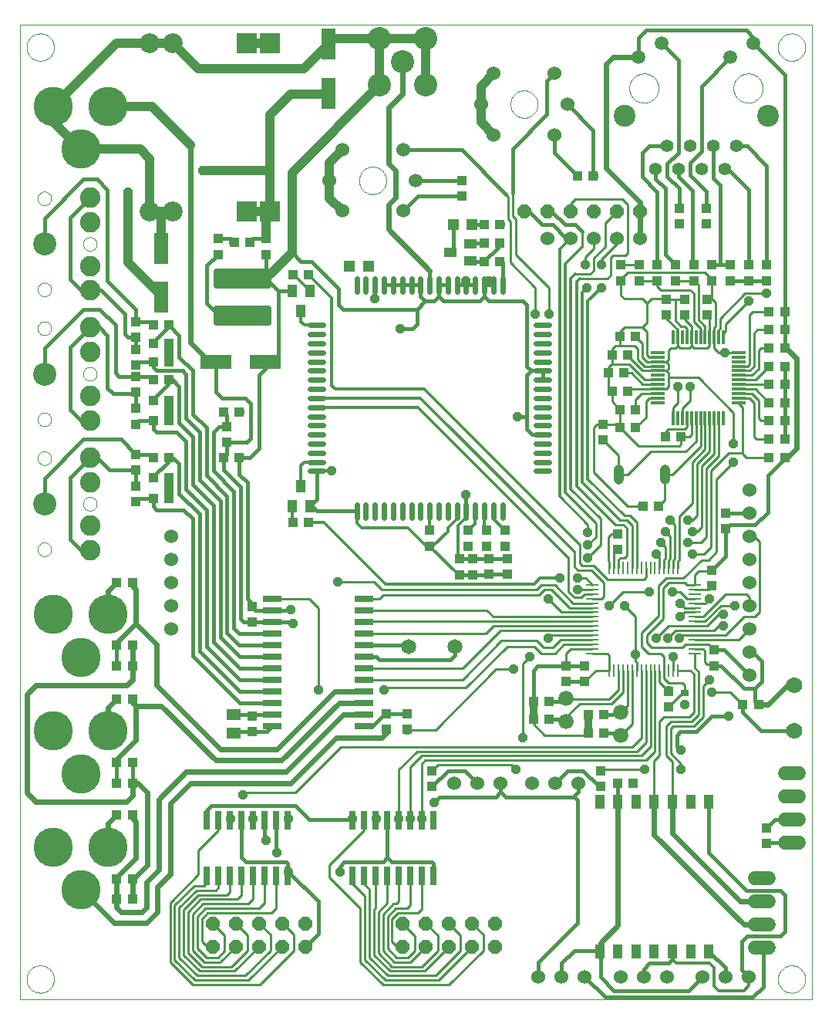
<source format=gtl>
G75*
G70*
%OFA0B0*%
%FSLAX24Y24*%
%IPPOS*%
%LPD*%
%AMOC8*
5,1,8,0,0,1.08239X$1,22.5*
%
%ADD10C,0.0000*%
%ADD11R,0.0394X0.0433*%
%ADD12R,0.0433X0.0394*%
%ADD13R,0.0630X0.0512*%
%ADD14R,0.0630X0.1378*%
%ADD15C,0.0594*%
%ADD16C,0.0945*%
%ADD17C,0.0554*%
%ADD18R,0.0425X0.0413*%
%ADD19C,0.0236*%
%ADD20R,0.0260X0.0800*%
%ADD21R,0.0800X0.0260*%
%ADD22R,0.0354X0.0276*%
%ADD23R,0.0472X0.0472*%
%ADD24C,0.0440*%
%ADD25R,0.0551X0.0394*%
%ADD26C,0.0860*%
%ADD27R,0.0860X0.0860*%
%ADD28R,0.0110X0.0580*%
%ADD29R,0.0580X0.0110*%
%ADD30R,0.0118X0.0591*%
%ADD31R,0.0591X0.0118*%
%ADD32C,0.1000*%
%ADD33C,0.0660*%
%ADD34C,0.0650*%
%ADD35C,0.0600*%
%ADD36R,0.0394X0.0591*%
%ADD37R,0.1378X0.0630*%
%ADD38C,0.0217*%
%ADD39R,0.0394X0.0551*%
%ADD40C,0.1700*%
%ADD41C,0.0886*%
%ADD42OC8,0.0600*%
%ADD43C,0.0600*%
%ADD44C,0.0700*%
%ADD45C,0.0100*%
%ADD46C,0.0160*%
%ADD47OC8,0.0396*%
%ADD48C,0.0240*%
%ADD49C,0.0400*%
%ADD50C,0.0120*%
%ADD51C,0.0320*%
D10*
X002075Y002213D02*
X036327Y002213D01*
X036327Y044339D01*
X002075Y044339D01*
X002075Y002213D01*
X002370Y003098D02*
X002372Y003146D01*
X002378Y003194D01*
X002388Y003241D01*
X002401Y003287D01*
X002419Y003332D01*
X002439Y003376D01*
X002464Y003418D01*
X002492Y003457D01*
X002522Y003494D01*
X002556Y003528D01*
X002593Y003560D01*
X002631Y003589D01*
X002672Y003614D01*
X002715Y003636D01*
X002760Y003654D01*
X002806Y003668D01*
X002853Y003679D01*
X002901Y003686D01*
X002949Y003689D01*
X002997Y003688D01*
X003045Y003683D01*
X003093Y003674D01*
X003139Y003662D01*
X003184Y003645D01*
X003228Y003625D01*
X003270Y003602D01*
X003310Y003575D01*
X003348Y003545D01*
X003383Y003512D01*
X003415Y003476D01*
X003445Y003438D01*
X003471Y003397D01*
X003493Y003354D01*
X003513Y003310D01*
X003528Y003265D01*
X003540Y003218D01*
X003548Y003170D01*
X003552Y003122D01*
X003552Y003074D01*
X003548Y003026D01*
X003540Y002978D01*
X003528Y002931D01*
X003513Y002886D01*
X003493Y002842D01*
X003471Y002799D01*
X003445Y002758D01*
X003415Y002720D01*
X003383Y002684D01*
X003348Y002651D01*
X003310Y002621D01*
X003270Y002594D01*
X003228Y002571D01*
X003184Y002551D01*
X003139Y002534D01*
X003093Y002522D01*
X003045Y002513D01*
X002997Y002508D01*
X002949Y002507D01*
X002901Y002510D01*
X002853Y002517D01*
X002806Y002528D01*
X002760Y002542D01*
X002715Y002560D01*
X002672Y002582D01*
X002631Y002607D01*
X002593Y002636D01*
X002556Y002668D01*
X002522Y002702D01*
X002492Y002739D01*
X002464Y002778D01*
X002439Y002820D01*
X002419Y002864D01*
X002401Y002909D01*
X002388Y002955D01*
X002378Y003002D01*
X002372Y003050D01*
X002370Y003098D01*
X002843Y021661D02*
X002845Y021695D01*
X002851Y021729D01*
X002861Y021762D01*
X002874Y021793D01*
X002892Y021823D01*
X002912Y021851D01*
X002936Y021876D01*
X002962Y021898D01*
X002990Y021916D01*
X003021Y021932D01*
X003053Y021944D01*
X003087Y021952D01*
X003121Y021956D01*
X003155Y021956D01*
X003189Y021952D01*
X003223Y021944D01*
X003255Y021932D01*
X003285Y021916D01*
X003314Y021898D01*
X003340Y021876D01*
X003364Y021851D01*
X003384Y021823D01*
X003402Y021793D01*
X003415Y021762D01*
X003425Y021729D01*
X003431Y021695D01*
X003433Y021661D01*
X003431Y021627D01*
X003425Y021593D01*
X003415Y021560D01*
X003402Y021529D01*
X003384Y021499D01*
X003364Y021471D01*
X003340Y021446D01*
X003314Y021424D01*
X003286Y021406D01*
X003255Y021390D01*
X003223Y021378D01*
X003189Y021370D01*
X003155Y021366D01*
X003121Y021366D01*
X003087Y021370D01*
X003053Y021378D01*
X003021Y021390D01*
X002990Y021406D01*
X002962Y021424D01*
X002936Y021446D01*
X002912Y021471D01*
X002892Y021499D01*
X002874Y021529D01*
X002861Y021560D01*
X002851Y021593D01*
X002845Y021627D01*
X002843Y021661D01*
X004811Y023630D02*
X004813Y023664D01*
X004819Y023698D01*
X004829Y023731D01*
X004842Y023762D01*
X004860Y023792D01*
X004880Y023820D01*
X004904Y023845D01*
X004930Y023867D01*
X004958Y023885D01*
X004989Y023901D01*
X005021Y023913D01*
X005055Y023921D01*
X005089Y023925D01*
X005123Y023925D01*
X005157Y023921D01*
X005191Y023913D01*
X005223Y023901D01*
X005253Y023885D01*
X005282Y023867D01*
X005308Y023845D01*
X005332Y023820D01*
X005352Y023792D01*
X005370Y023762D01*
X005383Y023731D01*
X005393Y023698D01*
X005399Y023664D01*
X005401Y023630D01*
X005399Y023596D01*
X005393Y023562D01*
X005383Y023529D01*
X005370Y023498D01*
X005352Y023468D01*
X005332Y023440D01*
X005308Y023415D01*
X005282Y023393D01*
X005254Y023375D01*
X005223Y023359D01*
X005191Y023347D01*
X005157Y023339D01*
X005123Y023335D01*
X005089Y023335D01*
X005055Y023339D01*
X005021Y023347D01*
X004989Y023359D01*
X004958Y023375D01*
X004930Y023393D01*
X004904Y023415D01*
X004880Y023440D01*
X004860Y023468D01*
X004842Y023498D01*
X004829Y023529D01*
X004819Y023562D01*
X004813Y023596D01*
X004811Y023630D01*
X002843Y025598D02*
X002845Y025632D01*
X002851Y025666D01*
X002861Y025699D01*
X002874Y025730D01*
X002892Y025760D01*
X002912Y025788D01*
X002936Y025813D01*
X002962Y025835D01*
X002990Y025853D01*
X003021Y025869D01*
X003053Y025881D01*
X003087Y025889D01*
X003121Y025893D01*
X003155Y025893D01*
X003189Y025889D01*
X003223Y025881D01*
X003255Y025869D01*
X003285Y025853D01*
X003314Y025835D01*
X003340Y025813D01*
X003364Y025788D01*
X003384Y025760D01*
X003402Y025730D01*
X003415Y025699D01*
X003425Y025666D01*
X003431Y025632D01*
X003433Y025598D01*
X003431Y025564D01*
X003425Y025530D01*
X003415Y025497D01*
X003402Y025466D01*
X003384Y025436D01*
X003364Y025408D01*
X003340Y025383D01*
X003314Y025361D01*
X003286Y025343D01*
X003255Y025327D01*
X003223Y025315D01*
X003189Y025307D01*
X003155Y025303D01*
X003121Y025303D01*
X003087Y025307D01*
X003053Y025315D01*
X003021Y025327D01*
X002990Y025343D01*
X002962Y025361D01*
X002936Y025383D01*
X002912Y025408D01*
X002892Y025436D01*
X002874Y025466D01*
X002861Y025497D01*
X002851Y025530D01*
X002845Y025564D01*
X002843Y025598D01*
X002843Y027272D02*
X002845Y027306D01*
X002851Y027340D01*
X002861Y027373D01*
X002874Y027404D01*
X002892Y027434D01*
X002912Y027462D01*
X002936Y027487D01*
X002962Y027509D01*
X002990Y027527D01*
X003021Y027543D01*
X003053Y027555D01*
X003087Y027563D01*
X003121Y027567D01*
X003155Y027567D01*
X003189Y027563D01*
X003223Y027555D01*
X003255Y027543D01*
X003285Y027527D01*
X003314Y027509D01*
X003340Y027487D01*
X003364Y027462D01*
X003384Y027434D01*
X003402Y027404D01*
X003415Y027373D01*
X003425Y027340D01*
X003431Y027306D01*
X003433Y027272D01*
X003431Y027238D01*
X003425Y027204D01*
X003415Y027171D01*
X003402Y027140D01*
X003384Y027110D01*
X003364Y027082D01*
X003340Y027057D01*
X003314Y027035D01*
X003286Y027017D01*
X003255Y027001D01*
X003223Y026989D01*
X003189Y026981D01*
X003155Y026977D01*
X003121Y026977D01*
X003087Y026981D01*
X003053Y026989D01*
X003021Y027001D01*
X002990Y027017D01*
X002962Y027035D01*
X002936Y027057D01*
X002912Y027082D01*
X002892Y027110D01*
X002874Y027140D01*
X002861Y027171D01*
X002851Y027204D01*
X002845Y027238D01*
X002843Y027272D01*
X004811Y029240D02*
X004813Y029274D01*
X004819Y029308D01*
X004829Y029341D01*
X004842Y029372D01*
X004860Y029402D01*
X004880Y029430D01*
X004904Y029455D01*
X004930Y029477D01*
X004958Y029495D01*
X004989Y029511D01*
X005021Y029523D01*
X005055Y029531D01*
X005089Y029535D01*
X005123Y029535D01*
X005157Y029531D01*
X005191Y029523D01*
X005223Y029511D01*
X005253Y029495D01*
X005282Y029477D01*
X005308Y029455D01*
X005332Y029430D01*
X005352Y029402D01*
X005370Y029372D01*
X005383Y029341D01*
X005393Y029308D01*
X005399Y029274D01*
X005401Y029240D01*
X005399Y029206D01*
X005393Y029172D01*
X005383Y029139D01*
X005370Y029108D01*
X005352Y029078D01*
X005332Y029050D01*
X005308Y029025D01*
X005282Y029003D01*
X005254Y028985D01*
X005223Y028969D01*
X005191Y028957D01*
X005157Y028949D01*
X005123Y028945D01*
X005089Y028945D01*
X005055Y028949D01*
X005021Y028957D01*
X004989Y028969D01*
X004958Y028985D01*
X004930Y029003D01*
X004904Y029025D01*
X004880Y029050D01*
X004860Y029078D01*
X004842Y029108D01*
X004829Y029139D01*
X004819Y029172D01*
X004813Y029206D01*
X004811Y029240D01*
X002843Y031209D02*
X002845Y031243D01*
X002851Y031277D01*
X002861Y031310D01*
X002874Y031341D01*
X002892Y031371D01*
X002912Y031399D01*
X002936Y031424D01*
X002962Y031446D01*
X002990Y031464D01*
X003021Y031480D01*
X003053Y031492D01*
X003087Y031500D01*
X003121Y031504D01*
X003155Y031504D01*
X003189Y031500D01*
X003223Y031492D01*
X003255Y031480D01*
X003285Y031464D01*
X003314Y031446D01*
X003340Y031424D01*
X003364Y031399D01*
X003384Y031371D01*
X003402Y031341D01*
X003415Y031310D01*
X003425Y031277D01*
X003431Y031243D01*
X003433Y031209D01*
X003431Y031175D01*
X003425Y031141D01*
X003415Y031108D01*
X003402Y031077D01*
X003384Y031047D01*
X003364Y031019D01*
X003340Y030994D01*
X003314Y030972D01*
X003286Y030954D01*
X003255Y030938D01*
X003223Y030926D01*
X003189Y030918D01*
X003155Y030914D01*
X003121Y030914D01*
X003087Y030918D01*
X003053Y030926D01*
X003021Y030938D01*
X002990Y030954D01*
X002962Y030972D01*
X002936Y030994D01*
X002912Y031019D01*
X002892Y031047D01*
X002874Y031077D01*
X002861Y031108D01*
X002851Y031141D01*
X002845Y031175D01*
X002843Y031209D01*
X002843Y032882D02*
X002845Y032916D01*
X002851Y032950D01*
X002861Y032983D01*
X002874Y033014D01*
X002892Y033044D01*
X002912Y033072D01*
X002936Y033097D01*
X002962Y033119D01*
X002990Y033137D01*
X003021Y033153D01*
X003053Y033165D01*
X003087Y033173D01*
X003121Y033177D01*
X003155Y033177D01*
X003189Y033173D01*
X003223Y033165D01*
X003255Y033153D01*
X003285Y033137D01*
X003314Y033119D01*
X003340Y033097D01*
X003364Y033072D01*
X003384Y033044D01*
X003402Y033014D01*
X003415Y032983D01*
X003425Y032950D01*
X003431Y032916D01*
X003433Y032882D01*
X003431Y032848D01*
X003425Y032814D01*
X003415Y032781D01*
X003402Y032750D01*
X003384Y032720D01*
X003364Y032692D01*
X003340Y032667D01*
X003314Y032645D01*
X003286Y032627D01*
X003255Y032611D01*
X003223Y032599D01*
X003189Y032591D01*
X003155Y032587D01*
X003121Y032587D01*
X003087Y032591D01*
X003053Y032599D01*
X003021Y032611D01*
X002990Y032627D01*
X002962Y032645D01*
X002936Y032667D01*
X002912Y032692D01*
X002892Y032720D01*
X002874Y032750D01*
X002861Y032781D01*
X002851Y032814D01*
X002845Y032848D01*
X002843Y032882D01*
X004811Y034850D02*
X004813Y034884D01*
X004819Y034918D01*
X004829Y034951D01*
X004842Y034982D01*
X004860Y035012D01*
X004880Y035040D01*
X004904Y035065D01*
X004930Y035087D01*
X004958Y035105D01*
X004989Y035121D01*
X005021Y035133D01*
X005055Y035141D01*
X005089Y035145D01*
X005123Y035145D01*
X005157Y035141D01*
X005191Y035133D01*
X005223Y035121D01*
X005253Y035105D01*
X005282Y035087D01*
X005308Y035065D01*
X005332Y035040D01*
X005352Y035012D01*
X005370Y034982D01*
X005383Y034951D01*
X005393Y034918D01*
X005399Y034884D01*
X005401Y034850D01*
X005399Y034816D01*
X005393Y034782D01*
X005383Y034749D01*
X005370Y034718D01*
X005352Y034688D01*
X005332Y034660D01*
X005308Y034635D01*
X005282Y034613D01*
X005254Y034595D01*
X005223Y034579D01*
X005191Y034567D01*
X005157Y034559D01*
X005123Y034555D01*
X005089Y034555D01*
X005055Y034559D01*
X005021Y034567D01*
X004989Y034579D01*
X004958Y034595D01*
X004930Y034613D01*
X004904Y034635D01*
X004880Y034660D01*
X004860Y034688D01*
X004842Y034718D01*
X004829Y034749D01*
X004819Y034782D01*
X004813Y034816D01*
X004811Y034850D01*
X002843Y036819D02*
X002845Y036853D01*
X002851Y036887D01*
X002861Y036920D01*
X002874Y036951D01*
X002892Y036981D01*
X002912Y037009D01*
X002936Y037034D01*
X002962Y037056D01*
X002990Y037074D01*
X003021Y037090D01*
X003053Y037102D01*
X003087Y037110D01*
X003121Y037114D01*
X003155Y037114D01*
X003189Y037110D01*
X003223Y037102D01*
X003255Y037090D01*
X003285Y037074D01*
X003314Y037056D01*
X003340Y037034D01*
X003364Y037009D01*
X003384Y036981D01*
X003402Y036951D01*
X003415Y036920D01*
X003425Y036887D01*
X003431Y036853D01*
X003433Y036819D01*
X003431Y036785D01*
X003425Y036751D01*
X003415Y036718D01*
X003402Y036687D01*
X003384Y036657D01*
X003364Y036629D01*
X003340Y036604D01*
X003314Y036582D01*
X003286Y036564D01*
X003255Y036548D01*
X003223Y036536D01*
X003189Y036528D01*
X003155Y036524D01*
X003121Y036524D01*
X003087Y036528D01*
X003053Y036536D01*
X003021Y036548D01*
X002990Y036564D01*
X002962Y036582D01*
X002936Y036604D01*
X002912Y036629D01*
X002892Y036657D01*
X002874Y036687D01*
X002861Y036718D01*
X002851Y036751D01*
X002845Y036785D01*
X002843Y036819D01*
X002370Y043354D02*
X002372Y043402D01*
X002378Y043450D01*
X002388Y043497D01*
X002401Y043543D01*
X002419Y043588D01*
X002439Y043632D01*
X002464Y043674D01*
X002492Y043713D01*
X002522Y043750D01*
X002556Y043784D01*
X002593Y043816D01*
X002631Y043845D01*
X002672Y043870D01*
X002715Y043892D01*
X002760Y043910D01*
X002806Y043924D01*
X002853Y043935D01*
X002901Y043942D01*
X002949Y043945D01*
X002997Y043944D01*
X003045Y043939D01*
X003093Y043930D01*
X003139Y043918D01*
X003184Y043901D01*
X003228Y043881D01*
X003270Y043858D01*
X003310Y043831D01*
X003348Y043801D01*
X003383Y043768D01*
X003415Y043732D01*
X003445Y043694D01*
X003471Y043653D01*
X003493Y043610D01*
X003513Y043566D01*
X003528Y043521D01*
X003540Y043474D01*
X003548Y043426D01*
X003552Y043378D01*
X003552Y043330D01*
X003548Y043282D01*
X003540Y043234D01*
X003528Y043187D01*
X003513Y043142D01*
X003493Y043098D01*
X003471Y043055D01*
X003445Y043014D01*
X003415Y042976D01*
X003383Y042940D01*
X003348Y042907D01*
X003310Y042877D01*
X003270Y042850D01*
X003228Y042827D01*
X003184Y042807D01*
X003139Y042790D01*
X003093Y042778D01*
X003045Y042769D01*
X002997Y042764D01*
X002949Y042763D01*
X002901Y042766D01*
X002853Y042773D01*
X002806Y042784D01*
X002760Y042798D01*
X002715Y042816D01*
X002672Y042838D01*
X002631Y042863D01*
X002593Y042892D01*
X002556Y042924D01*
X002522Y042958D01*
X002492Y042995D01*
X002464Y043034D01*
X002439Y043076D01*
X002419Y043120D01*
X002401Y043165D01*
X002388Y043211D01*
X002378Y043258D01*
X002372Y043306D01*
X002370Y043354D01*
X016740Y037596D02*
X016742Y037644D01*
X016748Y037692D01*
X016758Y037739D01*
X016771Y037785D01*
X016789Y037830D01*
X016809Y037874D01*
X016834Y037916D01*
X016862Y037955D01*
X016892Y037992D01*
X016926Y038026D01*
X016963Y038058D01*
X017001Y038087D01*
X017042Y038112D01*
X017085Y038134D01*
X017130Y038152D01*
X017176Y038166D01*
X017223Y038177D01*
X017271Y038184D01*
X017319Y038187D01*
X017367Y038186D01*
X017415Y038181D01*
X017463Y038172D01*
X017509Y038160D01*
X017554Y038143D01*
X017598Y038123D01*
X017640Y038100D01*
X017680Y038073D01*
X017718Y038043D01*
X017753Y038010D01*
X017785Y037974D01*
X017815Y037936D01*
X017841Y037895D01*
X017863Y037852D01*
X017883Y037808D01*
X017898Y037763D01*
X017910Y037716D01*
X017918Y037668D01*
X017922Y037620D01*
X017922Y037572D01*
X017918Y037524D01*
X017910Y037476D01*
X017898Y037429D01*
X017883Y037384D01*
X017863Y037340D01*
X017841Y037297D01*
X017815Y037256D01*
X017785Y037218D01*
X017753Y037182D01*
X017718Y037149D01*
X017680Y037119D01*
X017640Y037092D01*
X017598Y037069D01*
X017554Y037049D01*
X017509Y037032D01*
X017463Y037020D01*
X017415Y037011D01*
X017367Y037006D01*
X017319Y037005D01*
X017271Y037008D01*
X017223Y037015D01*
X017176Y037026D01*
X017130Y037040D01*
X017085Y037058D01*
X017042Y037080D01*
X017001Y037105D01*
X016963Y037134D01*
X016926Y037166D01*
X016892Y037200D01*
X016862Y037237D01*
X016834Y037276D01*
X016809Y037318D01*
X016789Y037362D01*
X016771Y037407D01*
X016758Y037453D01*
X016748Y037500D01*
X016742Y037548D01*
X016740Y037596D01*
X023285Y040894D02*
X023287Y040942D01*
X023293Y040990D01*
X023303Y041037D01*
X023316Y041083D01*
X023334Y041128D01*
X023354Y041172D01*
X023379Y041214D01*
X023407Y041253D01*
X023437Y041290D01*
X023471Y041324D01*
X023508Y041356D01*
X023546Y041385D01*
X023587Y041410D01*
X023630Y041432D01*
X023675Y041450D01*
X023721Y041464D01*
X023768Y041475D01*
X023816Y041482D01*
X023864Y041485D01*
X023912Y041484D01*
X023960Y041479D01*
X024008Y041470D01*
X024054Y041458D01*
X024099Y041441D01*
X024143Y041421D01*
X024185Y041398D01*
X024225Y041371D01*
X024263Y041341D01*
X024298Y041308D01*
X024330Y041272D01*
X024360Y041234D01*
X024386Y041193D01*
X024408Y041150D01*
X024428Y041106D01*
X024443Y041061D01*
X024455Y041014D01*
X024463Y040966D01*
X024467Y040918D01*
X024467Y040870D01*
X024463Y040822D01*
X024455Y040774D01*
X024443Y040727D01*
X024428Y040682D01*
X024408Y040638D01*
X024386Y040595D01*
X024360Y040554D01*
X024330Y040516D01*
X024298Y040480D01*
X024263Y040447D01*
X024225Y040417D01*
X024185Y040390D01*
X024143Y040367D01*
X024099Y040347D01*
X024054Y040330D01*
X024008Y040318D01*
X023960Y040309D01*
X023912Y040304D01*
X023864Y040303D01*
X023816Y040306D01*
X023768Y040313D01*
X023721Y040324D01*
X023675Y040338D01*
X023630Y040356D01*
X023587Y040378D01*
X023546Y040403D01*
X023508Y040432D01*
X023471Y040464D01*
X023437Y040498D01*
X023407Y040535D01*
X023379Y040574D01*
X023354Y040616D01*
X023334Y040660D01*
X023316Y040705D01*
X023303Y040751D01*
X023293Y040798D01*
X023287Y040846D01*
X023285Y040894D01*
X028427Y041583D02*
X028429Y041633D01*
X028435Y041683D01*
X028445Y041732D01*
X028459Y041780D01*
X028476Y041827D01*
X028497Y041872D01*
X028522Y041916D01*
X028550Y041957D01*
X028582Y041996D01*
X028616Y042033D01*
X028653Y042067D01*
X028693Y042097D01*
X028735Y042124D01*
X028779Y042148D01*
X028825Y042169D01*
X028872Y042185D01*
X028920Y042198D01*
X028970Y042207D01*
X029019Y042212D01*
X029070Y042213D01*
X029120Y042210D01*
X029169Y042203D01*
X029218Y042192D01*
X029266Y042177D01*
X029312Y042159D01*
X029357Y042137D01*
X029400Y042111D01*
X029441Y042082D01*
X029480Y042050D01*
X029516Y042015D01*
X029548Y041977D01*
X029578Y041937D01*
X029605Y041894D01*
X029628Y041850D01*
X029647Y041804D01*
X029663Y041756D01*
X029675Y041707D01*
X029683Y041658D01*
X029687Y041608D01*
X029687Y041558D01*
X029683Y041508D01*
X029675Y041459D01*
X029663Y041410D01*
X029647Y041362D01*
X029628Y041316D01*
X029605Y041272D01*
X029578Y041229D01*
X029548Y041189D01*
X029516Y041151D01*
X029480Y041116D01*
X029441Y041084D01*
X029400Y041055D01*
X029357Y041029D01*
X029312Y041007D01*
X029266Y040989D01*
X029218Y040974D01*
X029169Y040963D01*
X029120Y040956D01*
X029070Y040953D01*
X029019Y040954D01*
X028970Y040959D01*
X028920Y040968D01*
X028872Y040981D01*
X028825Y040997D01*
X028779Y041018D01*
X028735Y041042D01*
X028693Y041069D01*
X028653Y041099D01*
X028616Y041133D01*
X028582Y041170D01*
X028550Y041209D01*
X028522Y041250D01*
X028497Y041294D01*
X028476Y041339D01*
X028459Y041386D01*
X028445Y041434D01*
X028435Y041483D01*
X028429Y041533D01*
X028427Y041583D01*
X032927Y041583D02*
X032929Y041633D01*
X032935Y041683D01*
X032945Y041732D01*
X032959Y041780D01*
X032976Y041827D01*
X032997Y041872D01*
X033022Y041916D01*
X033050Y041957D01*
X033082Y041996D01*
X033116Y042033D01*
X033153Y042067D01*
X033193Y042097D01*
X033235Y042124D01*
X033279Y042148D01*
X033325Y042169D01*
X033372Y042185D01*
X033420Y042198D01*
X033470Y042207D01*
X033519Y042212D01*
X033570Y042213D01*
X033620Y042210D01*
X033669Y042203D01*
X033718Y042192D01*
X033766Y042177D01*
X033812Y042159D01*
X033857Y042137D01*
X033900Y042111D01*
X033941Y042082D01*
X033980Y042050D01*
X034016Y042015D01*
X034048Y041977D01*
X034078Y041937D01*
X034105Y041894D01*
X034128Y041850D01*
X034147Y041804D01*
X034163Y041756D01*
X034175Y041707D01*
X034183Y041658D01*
X034187Y041608D01*
X034187Y041558D01*
X034183Y041508D01*
X034175Y041459D01*
X034163Y041410D01*
X034147Y041362D01*
X034128Y041316D01*
X034105Y041272D01*
X034078Y041229D01*
X034048Y041189D01*
X034016Y041151D01*
X033980Y041116D01*
X033941Y041084D01*
X033900Y041055D01*
X033857Y041029D01*
X033812Y041007D01*
X033766Y040989D01*
X033718Y040974D01*
X033669Y040963D01*
X033620Y040956D01*
X033570Y040953D01*
X033519Y040954D01*
X033470Y040959D01*
X033420Y040968D01*
X033372Y040981D01*
X033325Y040997D01*
X033279Y041018D01*
X033235Y041042D01*
X033193Y041069D01*
X033153Y041099D01*
X033116Y041133D01*
X033082Y041170D01*
X033050Y041209D01*
X033022Y041250D01*
X032997Y041294D01*
X032976Y041339D01*
X032959Y041386D01*
X032945Y041434D01*
X032935Y041483D01*
X032929Y041533D01*
X032927Y041583D01*
X034850Y043354D02*
X034852Y043402D01*
X034858Y043450D01*
X034868Y043497D01*
X034881Y043543D01*
X034899Y043588D01*
X034919Y043632D01*
X034944Y043674D01*
X034972Y043713D01*
X035002Y043750D01*
X035036Y043784D01*
X035073Y043816D01*
X035111Y043845D01*
X035152Y043870D01*
X035195Y043892D01*
X035240Y043910D01*
X035286Y043924D01*
X035333Y043935D01*
X035381Y043942D01*
X035429Y043945D01*
X035477Y043944D01*
X035525Y043939D01*
X035573Y043930D01*
X035619Y043918D01*
X035664Y043901D01*
X035708Y043881D01*
X035750Y043858D01*
X035790Y043831D01*
X035828Y043801D01*
X035863Y043768D01*
X035895Y043732D01*
X035925Y043694D01*
X035951Y043653D01*
X035973Y043610D01*
X035993Y043566D01*
X036008Y043521D01*
X036020Y043474D01*
X036028Y043426D01*
X036032Y043378D01*
X036032Y043330D01*
X036028Y043282D01*
X036020Y043234D01*
X036008Y043187D01*
X035993Y043142D01*
X035973Y043098D01*
X035951Y043055D01*
X035925Y043014D01*
X035895Y042976D01*
X035863Y042940D01*
X035828Y042907D01*
X035790Y042877D01*
X035750Y042850D01*
X035708Y042827D01*
X035664Y042807D01*
X035619Y042790D01*
X035573Y042778D01*
X035525Y042769D01*
X035477Y042764D01*
X035429Y042763D01*
X035381Y042766D01*
X035333Y042773D01*
X035286Y042784D01*
X035240Y042798D01*
X035195Y042816D01*
X035152Y042838D01*
X035111Y042863D01*
X035073Y042892D01*
X035036Y042924D01*
X035002Y042958D01*
X034972Y042995D01*
X034944Y043034D01*
X034919Y043076D01*
X034899Y043120D01*
X034881Y043165D01*
X034868Y043211D01*
X034858Y043258D01*
X034852Y043306D01*
X034850Y043354D01*
X034850Y003098D02*
X034852Y003146D01*
X034858Y003194D01*
X034868Y003241D01*
X034881Y003287D01*
X034899Y003332D01*
X034919Y003376D01*
X034944Y003418D01*
X034972Y003457D01*
X035002Y003494D01*
X035036Y003528D01*
X035073Y003560D01*
X035111Y003589D01*
X035152Y003614D01*
X035195Y003636D01*
X035240Y003654D01*
X035286Y003668D01*
X035333Y003679D01*
X035381Y003686D01*
X035429Y003689D01*
X035477Y003688D01*
X035525Y003683D01*
X035573Y003674D01*
X035619Y003662D01*
X035664Y003645D01*
X035708Y003625D01*
X035750Y003602D01*
X035790Y003575D01*
X035828Y003545D01*
X035863Y003512D01*
X035895Y003476D01*
X035925Y003438D01*
X035951Y003397D01*
X035973Y003354D01*
X035993Y003310D01*
X036008Y003265D01*
X036020Y003218D01*
X036028Y003170D01*
X036032Y003122D01*
X036032Y003074D01*
X036028Y003026D01*
X036020Y002978D01*
X036008Y002931D01*
X035993Y002886D01*
X035973Y002842D01*
X035951Y002799D01*
X035925Y002758D01*
X035895Y002720D01*
X035863Y002684D01*
X035828Y002651D01*
X035790Y002621D01*
X035750Y002594D01*
X035708Y002571D01*
X035664Y002551D01*
X035619Y002534D01*
X035573Y002522D01*
X035525Y002513D01*
X035477Y002508D01*
X035429Y002507D01*
X035381Y002510D01*
X035333Y002517D01*
X035286Y002528D01*
X035240Y002542D01*
X035195Y002560D01*
X035152Y002582D01*
X035111Y002607D01*
X035073Y002636D01*
X035036Y002668D01*
X035002Y002702D01*
X034972Y002739D01*
X034944Y002778D01*
X034919Y002820D01*
X034899Y002864D01*
X034881Y002909D01*
X034868Y002955D01*
X034858Y003002D01*
X034852Y003050D01*
X034850Y003098D01*
D11*
X030126Y014870D03*
X030126Y015539D03*
X032094Y016642D03*
X032094Y017311D03*
X031996Y020087D03*
X031996Y020756D03*
X032587Y022547D03*
X032587Y023217D03*
X034467Y025638D03*
X034467Y026425D03*
X035136Y026425D03*
X035136Y025638D03*
X035136Y027213D03*
X034467Y027213D03*
X034467Y028000D03*
X034467Y028787D03*
X035136Y028787D03*
X035136Y028000D03*
X035136Y029575D03*
X034467Y029575D03*
X034467Y030362D03*
X034467Y031150D03*
X035136Y031150D03*
X035136Y030362D03*
X035136Y031937D03*
X034467Y031937D03*
X031996Y033276D03*
X031996Y033945D03*
X031799Y032469D03*
X031799Y031799D03*
X030815Y031799D03*
X030815Y032469D03*
X030028Y032469D03*
X030028Y031799D03*
X030421Y033276D03*
X030421Y033945D03*
X029634Y033945D03*
X029634Y033276D03*
X028059Y033276D03*
X028059Y033945D03*
X026868Y037793D03*
X026199Y037793D03*
X022833Y035677D03*
X022163Y035677D03*
X022163Y034890D03*
X022163Y034102D03*
X022833Y034102D03*
X022833Y034890D03*
X027272Y027055D03*
X027272Y026386D03*
X028020Y026917D03*
X028689Y026917D03*
X027911Y022331D03*
X027911Y021661D03*
X026484Y016622D03*
X026484Y015953D03*
X025697Y015953D03*
X025697Y016622D03*
X023138Y020579D03*
X023138Y021248D03*
X022350Y021248D03*
X022350Y020579D03*
X019791Y021809D03*
X019791Y022478D03*
X014565Y022833D03*
X013896Y022833D03*
X011031Y026287D03*
X011031Y026957D03*
X007094Y027075D03*
X007094Y027744D03*
X007094Y028453D03*
X007094Y029122D03*
X007094Y029634D03*
X007094Y030303D03*
X007094Y030815D03*
X007094Y031484D03*
X010638Y034407D03*
X010638Y035077D03*
X012705Y035077D03*
X012705Y034407D03*
X013896Y033512D03*
X014565Y033512D03*
X007094Y025776D03*
X007094Y025106D03*
X007094Y024398D03*
X007094Y023728D03*
X012114Y019181D03*
X012114Y018512D03*
X012114Y014457D03*
X012114Y013787D03*
X017921Y013886D03*
X017921Y014555D03*
X018807Y014555D03*
X018807Y013886D03*
D12*
X019890Y012094D03*
X019890Y011425D03*
X024280Y014319D03*
X024949Y014319D03*
X024949Y015106D03*
X024280Y015106D03*
X026642Y014516D03*
X027311Y014516D03*
X027311Y013728D03*
X026642Y013728D03*
X027173Y012094D03*
X027173Y011425D03*
X027921Y011563D03*
X028591Y011563D03*
X033335Y014959D03*
X034004Y014959D03*
X034358Y009634D03*
X034358Y008965D03*
X023039Y021809D03*
X023039Y022478D03*
X022252Y022478D03*
X022252Y021809D03*
X021465Y021809D03*
X021465Y022478D03*
X027675Y028492D03*
X028344Y028492D03*
X028197Y029280D03*
X027528Y029280D03*
X027675Y030067D03*
X028344Y030067D03*
X028020Y030854D03*
X028689Y030854D03*
X028846Y033276D03*
X028846Y033945D03*
X030569Y035736D03*
X030569Y036406D03*
X031750Y036406D03*
X031750Y035736D03*
X031209Y033945D03*
X031209Y033276D03*
X032783Y033276D03*
X032783Y033945D03*
X033571Y033945D03*
X033571Y033276D03*
X034358Y033276D03*
X034358Y033945D03*
X028689Y027705D03*
X028020Y027705D03*
X029988Y026524D03*
X030657Y026524D03*
X029673Y023522D03*
X029004Y023522D03*
X021169Y036917D03*
X021169Y037587D03*
X012006Y034939D03*
X011337Y034939D03*
X008512Y031346D03*
X007843Y031346D03*
X007843Y030559D03*
X007843Y029772D03*
X008512Y029772D03*
X008512Y030559D03*
X008512Y028984D03*
X007843Y028984D03*
X007843Y028098D03*
X008512Y028098D03*
X008512Y027213D03*
X007843Y027213D03*
X007843Y025638D03*
X008512Y025638D03*
X008512Y024752D03*
X007843Y024752D03*
X007843Y023866D03*
X008512Y023866D03*
X010894Y025638D03*
X011563Y025638D03*
X011563Y027606D03*
X010894Y027606D03*
X006937Y020224D03*
X006268Y020224D03*
X006268Y017518D03*
X006937Y017518D03*
X006937Y016632D03*
X006268Y016632D03*
X006268Y015205D03*
X006937Y015205D03*
X006937Y012449D03*
X006268Y012449D03*
X006268Y011563D03*
X006937Y011563D03*
X006937Y010185D03*
X006268Y010185D03*
X006268Y007429D03*
X006937Y007429D03*
X006937Y006543D03*
X006268Y006543D03*
D13*
X011327Y013728D03*
X011327Y014516D03*
D14*
X008177Y032547D03*
X008177Y034673D03*
X015411Y041356D03*
X015411Y043482D03*
D15*
X028817Y042913D03*
X029817Y043512D03*
X032797Y042913D03*
X033797Y043512D03*
D16*
X034407Y040382D03*
X028207Y040382D03*
D17*
X030057Y039083D03*
X029557Y038083D03*
X030557Y038083D03*
X031057Y039083D03*
X032057Y039083D03*
X033057Y039083D03*
X032557Y038083D03*
X031557Y038083D03*
D18*
X021661Y021258D03*
X021071Y021258D03*
X021071Y020569D03*
X021661Y020569D03*
D19*
X021760Y023040D02*
X021760Y023590D01*
X022154Y023590D02*
X022154Y023040D01*
X022547Y023040D02*
X022547Y023590D01*
X022941Y023590D02*
X022941Y023040D01*
X021366Y023040D02*
X021366Y023590D01*
X020972Y023590D02*
X020972Y023040D01*
X020579Y023040D02*
X020579Y023590D01*
X020185Y023590D02*
X020185Y023040D01*
X019791Y023040D02*
X019791Y023590D01*
X019398Y023590D02*
X019398Y023040D01*
X019004Y023040D02*
X019004Y023590D01*
X018610Y023590D02*
X018610Y023040D01*
X018217Y023040D02*
X018217Y023590D01*
X017823Y023590D02*
X017823Y023040D01*
X017429Y023040D02*
X017429Y023590D01*
X017035Y023590D02*
X017035Y023040D01*
X016642Y023040D02*
X016642Y023590D01*
X015184Y025047D02*
X014634Y025047D01*
X014634Y025441D02*
X015184Y025441D01*
X015184Y025835D02*
X014634Y025835D01*
X014634Y026228D02*
X015184Y026228D01*
X015184Y026622D02*
X014634Y026622D01*
X014634Y027016D02*
X015184Y027016D01*
X015184Y027409D02*
X014634Y027409D01*
X014634Y027803D02*
X015184Y027803D01*
X015184Y028197D02*
X014634Y028197D01*
X014634Y028591D02*
X015184Y028591D01*
X015184Y028984D02*
X014634Y028984D01*
X014634Y029378D02*
X015184Y029378D01*
X015184Y029772D02*
X014634Y029772D01*
X014634Y030165D02*
X015184Y030165D01*
X015184Y030559D02*
X014634Y030559D01*
X014634Y030953D02*
X015184Y030953D01*
X015184Y031346D02*
X014634Y031346D01*
X016642Y032804D02*
X016642Y033354D01*
X017035Y033354D02*
X017035Y032804D01*
X017429Y032804D02*
X017429Y033354D01*
X017823Y033354D02*
X017823Y032804D01*
X018217Y032804D02*
X018217Y033354D01*
X018610Y033354D02*
X018610Y032804D01*
X019004Y032804D02*
X019004Y033354D01*
X019398Y033354D02*
X019398Y032804D01*
X019791Y032804D02*
X019791Y033354D01*
X020185Y033354D02*
X020185Y032804D01*
X020579Y032804D02*
X020579Y033354D01*
X020972Y033354D02*
X020972Y032804D01*
X021366Y032804D02*
X021366Y033354D01*
X021760Y033354D02*
X021760Y032804D01*
X022154Y032804D02*
X022154Y033354D01*
X022547Y033354D02*
X022547Y032804D01*
X022941Y032804D02*
X022941Y033354D01*
X024398Y031346D02*
X024948Y031346D01*
X024948Y030953D02*
X024398Y030953D01*
X024398Y030559D02*
X024948Y030559D01*
X024948Y030165D02*
X024398Y030165D01*
X024398Y029772D02*
X024948Y029772D01*
X024948Y029378D02*
X024398Y029378D01*
X024398Y028984D02*
X024948Y028984D01*
X024948Y028591D02*
X024398Y028591D01*
X024398Y028197D02*
X024948Y028197D01*
X024948Y027803D02*
X024398Y027803D01*
X024398Y027409D02*
X024948Y027409D01*
X024948Y027016D02*
X024398Y027016D01*
X024398Y026622D02*
X024948Y026622D01*
X024948Y026228D02*
X024398Y026228D01*
X024398Y025835D02*
X024948Y025835D01*
X024948Y025441D02*
X024398Y025441D01*
X024398Y025047D02*
X024948Y025047D01*
D20*
X019967Y009968D03*
X019467Y009968D03*
X018967Y009968D03*
X018467Y009968D03*
X017967Y009968D03*
X017467Y009968D03*
X016967Y009968D03*
X016467Y009968D03*
X016467Y007548D03*
X016967Y007548D03*
X017467Y007548D03*
X017967Y007548D03*
X018467Y007548D03*
X018967Y007548D03*
X019467Y007548D03*
X019967Y007548D03*
X013667Y007548D03*
X013167Y007548D03*
X012667Y007548D03*
X012167Y007548D03*
X011667Y007548D03*
X011167Y007548D03*
X010667Y007548D03*
X010167Y007548D03*
X010167Y009968D03*
X010667Y009968D03*
X011167Y009968D03*
X011667Y009968D03*
X012167Y009968D03*
X012667Y009968D03*
X013167Y009968D03*
X013667Y009968D03*
D21*
X012989Y014030D03*
X012989Y014530D03*
X012989Y015030D03*
X012989Y015530D03*
X012989Y016030D03*
X012989Y016530D03*
X012989Y017030D03*
X012989Y017530D03*
X012989Y018030D03*
X012989Y018530D03*
X012989Y019030D03*
X012989Y019530D03*
X016949Y019530D03*
X016949Y019030D03*
X016949Y018530D03*
X016949Y018030D03*
X016949Y017530D03*
X016949Y017030D03*
X016949Y016530D03*
X016949Y016030D03*
X016949Y015530D03*
X016949Y015030D03*
X016949Y014530D03*
X016949Y014030D03*
D22*
X030815Y014949D03*
X030815Y015461D03*
D23*
X017154Y033906D03*
X016327Y033906D03*
X020805Y035677D03*
X021632Y035677D03*
D24*
X027945Y025120D02*
X027945Y024680D01*
X029945Y024680D02*
X029945Y025120D01*
D25*
X021553Y034122D03*
X021553Y034870D03*
X020687Y034496D03*
D26*
X008669Y036248D03*
X007685Y036248D03*
X007685Y043531D03*
X008669Y043531D03*
D27*
X011898Y043531D03*
X012882Y043531D03*
X012882Y036248D03*
X011898Y036248D03*
D28*
X027563Y020860D03*
X027763Y020860D03*
X027963Y020860D03*
X028153Y020860D03*
X028353Y020860D03*
X028553Y020860D03*
X028743Y020860D03*
X028943Y020860D03*
X029143Y020860D03*
X029343Y020860D03*
X029533Y020860D03*
X029733Y020860D03*
X029933Y020860D03*
X030123Y020860D03*
X030323Y020860D03*
X030523Y020860D03*
X030523Y016440D03*
X030323Y016440D03*
X030123Y016440D03*
X029933Y016440D03*
X029733Y016440D03*
X029533Y016440D03*
X029343Y016440D03*
X029143Y016440D03*
X028943Y016440D03*
X028743Y016440D03*
X028553Y016440D03*
X028353Y016440D03*
X028153Y016440D03*
X027963Y016440D03*
X027763Y016440D03*
X027563Y016440D03*
D29*
X026833Y017170D03*
X026833Y017370D03*
X026833Y017570D03*
X026833Y017760D03*
X026833Y017960D03*
X026833Y018160D03*
X026833Y018350D03*
X026833Y018550D03*
X026833Y018750D03*
X026833Y018950D03*
X026833Y019140D03*
X026833Y019340D03*
X026833Y019540D03*
X026833Y019730D03*
X026833Y019930D03*
X026833Y020130D03*
X031253Y020130D03*
X031253Y019930D03*
X031253Y019730D03*
X031253Y019540D03*
X031253Y019340D03*
X031253Y019140D03*
X031253Y018950D03*
X031253Y018750D03*
X031253Y018550D03*
X031253Y018350D03*
X031253Y018160D03*
X031253Y017960D03*
X031253Y017760D03*
X031253Y017570D03*
X031253Y017370D03*
X031253Y017170D03*
D30*
X031307Y027331D03*
X031110Y027331D03*
X030913Y027331D03*
X030717Y027331D03*
X030520Y027331D03*
X030323Y027331D03*
X031504Y027331D03*
X031701Y027331D03*
X031898Y027331D03*
X032094Y027331D03*
X032291Y027331D03*
X032488Y027331D03*
X032488Y030835D03*
X032291Y030835D03*
X032094Y030835D03*
X031898Y030835D03*
X031701Y030835D03*
X031504Y030835D03*
X031307Y030835D03*
X031110Y030835D03*
X030913Y030835D03*
X030717Y030835D03*
X030520Y030835D03*
X030323Y030835D03*
D31*
X029654Y030165D03*
X029654Y029969D03*
X029654Y029772D03*
X029654Y029575D03*
X029654Y029378D03*
X029654Y029181D03*
X029654Y028984D03*
X029654Y028787D03*
X029654Y028591D03*
X029654Y028394D03*
X029654Y028197D03*
X029654Y028000D03*
X033157Y028000D03*
X033157Y028197D03*
X033157Y028394D03*
X033157Y028591D03*
X033157Y028787D03*
X033157Y028984D03*
X033157Y029181D03*
X033157Y029378D03*
X033157Y029575D03*
X033157Y029772D03*
X033157Y029969D03*
X033157Y030165D03*
D32*
X019610Y041715D03*
X018610Y042715D03*
X019610Y043715D03*
X017610Y043715D03*
X017610Y041715D03*
X003138Y034850D03*
X003138Y029240D03*
X003138Y023630D03*
D33*
X025697Y015213D03*
X025697Y014213D03*
X028059Y014622D03*
X028059Y013622D03*
D34*
X020890Y017469D03*
X018890Y017469D03*
D35*
X020858Y011563D03*
X021858Y011563D03*
X022858Y011563D03*
X024205Y011563D03*
X025205Y011563D03*
X026205Y011563D03*
X026500Y003197D03*
X025500Y003197D03*
X024500Y003197D03*
X028043Y003197D03*
X029043Y003197D03*
X030043Y003197D03*
X031587Y003197D03*
X032587Y003197D03*
X033587Y003197D03*
X033610Y016224D03*
X033610Y017224D03*
X033610Y018224D03*
X033610Y019224D03*
X033610Y020224D03*
X033610Y021224D03*
X033610Y022224D03*
X033610Y023224D03*
X033610Y024224D03*
X028878Y035087D03*
X027878Y035087D03*
X026878Y035087D03*
X025878Y035087D03*
X024878Y035087D03*
X025195Y039575D03*
X025746Y040894D03*
X025195Y042213D03*
X022557Y042213D03*
X022006Y040894D03*
X022557Y039575D03*
X019201Y037596D03*
X018650Y036278D03*
X018650Y038915D03*
X016012Y038915D03*
X015461Y037596D03*
X016012Y036278D03*
X008626Y022224D03*
X008626Y021224D03*
X008626Y020224D03*
X008626Y019224D03*
X008626Y018224D03*
D36*
X027138Y010764D03*
X027925Y010764D03*
X028713Y010764D03*
X029500Y010764D03*
X030287Y010764D03*
X031075Y010764D03*
X031862Y010764D03*
X031862Y004307D03*
X031075Y004307D03*
X030287Y004307D03*
X029500Y004307D03*
X028713Y004307D03*
X027925Y004307D03*
X027138Y004307D03*
D37*
X012685Y029772D03*
X010559Y029772D03*
D38*
X010539Y032095D02*
X012803Y032095D01*
X012803Y031445D01*
X010539Y031445D01*
X010539Y032095D01*
X010539Y031661D02*
X012803Y031661D01*
X012803Y031877D02*
X010539Y031877D01*
X010539Y032093D02*
X012803Y032093D01*
X012803Y033059D02*
X010539Y033059D01*
X010539Y033709D01*
X012803Y033709D01*
X012803Y033059D01*
X012803Y033275D02*
X010539Y033275D01*
X010539Y033491D02*
X012803Y033491D01*
X012803Y033707D02*
X010539Y033707D01*
D39*
X013856Y032813D03*
X014604Y032813D03*
X014230Y031947D03*
X014230Y024398D03*
X013856Y023531D03*
X014604Y023531D03*
D40*
X005894Y018846D03*
X004713Y016996D03*
X003531Y018846D03*
X003531Y013827D03*
X004713Y011976D03*
X005894Y013827D03*
X005894Y008807D03*
X004713Y006957D03*
X003531Y008807D03*
X004713Y038945D03*
X005894Y040795D03*
X003531Y040795D03*
D41*
X005106Y036858D03*
X005106Y035795D03*
X005106Y033906D03*
X005106Y032843D03*
X005106Y031248D03*
X005106Y030185D03*
X005106Y028295D03*
X005106Y027232D03*
X005106Y025638D03*
X005106Y024575D03*
X005106Y022685D03*
X005106Y021622D03*
D42*
X010409Y005500D03*
X010409Y004500D03*
X011409Y004500D03*
X011409Y005500D03*
X012409Y005500D03*
X012409Y004500D03*
X013409Y004500D03*
X013409Y005500D03*
X014409Y005500D03*
X014409Y004500D03*
X018628Y004500D03*
X019628Y004500D03*
X019628Y005500D03*
X018628Y005500D03*
X020628Y005500D03*
X021628Y005500D03*
X021628Y004500D03*
X020628Y004500D03*
X022628Y004500D03*
X022628Y005500D03*
X023886Y036268D03*
X024886Y036268D03*
X025886Y036268D03*
X026886Y036268D03*
X027886Y036268D03*
X028886Y036268D03*
D43*
X035141Y011980D02*
X035741Y011980D01*
X035741Y010980D02*
X035141Y010980D01*
X035141Y009980D02*
X035741Y009980D01*
X035741Y008980D02*
X035141Y008980D01*
X034461Y007453D02*
X033861Y007453D01*
X033861Y006453D02*
X034461Y006453D01*
X034461Y005453D02*
X033861Y005453D01*
X033861Y004453D02*
X034461Y004453D01*
D44*
X035539Y013827D03*
X035539Y015795D03*
D45*
X033145Y017760D02*
X033610Y018224D01*
X033374Y018748D02*
X033866Y018748D01*
X034063Y018945D01*
X034063Y021996D01*
X033835Y022224D01*
X033610Y022224D01*
X032193Y021553D02*
X032193Y024703D01*
X032931Y025441D01*
X032734Y025835D02*
X033325Y025835D01*
X033325Y025785D01*
X033472Y025638D01*
X034467Y025638D01*
X034467Y026425D02*
X033915Y026425D01*
X033817Y026524D01*
X033817Y028000D01*
X033620Y028197D01*
X033157Y028197D01*
X033157Y028394D02*
X033719Y028394D01*
X034014Y028098D01*
X034014Y027311D01*
X034112Y027213D01*
X034467Y027213D01*
X034467Y028000D02*
X033876Y028591D01*
X033157Y028591D01*
X033157Y028787D02*
X034467Y028787D01*
X033876Y028984D02*
X034467Y029575D01*
X034014Y029476D02*
X034014Y030264D01*
X034112Y030362D01*
X034467Y030362D01*
X034467Y031150D02*
X033965Y031150D01*
X033817Y031002D01*
X033817Y029575D01*
X033620Y029378D01*
X033157Y029378D01*
X033157Y029575D02*
X033522Y029575D01*
X033620Y029673D01*
X033620Y031789D01*
X033768Y031937D01*
X034467Y031937D01*
X034358Y032724D02*
X033423Y032724D01*
X032341Y031642D01*
X032341Y031199D01*
X032291Y031150D01*
X032291Y030835D01*
X032094Y030835D02*
X032094Y030362D01*
X032291Y030165D01*
X032537Y030165D01*
X033157Y030165D01*
X032488Y030835D02*
X032488Y031002D01*
X032587Y031100D01*
X032587Y031396D01*
X033571Y032380D01*
X032144Y032331D02*
X032144Y031297D01*
X032094Y031248D01*
X032094Y030835D01*
X031898Y030835D02*
X031898Y031701D01*
X031799Y031799D01*
X031406Y031593D02*
X031406Y033079D01*
X031209Y033276D01*
X030421Y033276D01*
X029781Y032872D02*
X029634Y033020D01*
X029634Y033276D01*
X028846Y033276D01*
X028354Y033610D02*
X028059Y033315D01*
X028059Y033276D01*
X028059Y032626D01*
X028207Y032478D01*
X028994Y032478D01*
X029191Y032281D01*
X029388Y032478D01*
X030018Y032478D01*
X030028Y032469D01*
X030421Y032469D01*
X030815Y032469D01*
X030421Y032469D02*
X030421Y031543D01*
X030667Y031297D01*
X030815Y031297D01*
X030913Y031199D01*
X030913Y030835D01*
X031110Y030835D02*
X031110Y030461D01*
X031209Y030362D01*
X031799Y030362D01*
X031898Y030461D01*
X031898Y030835D01*
X031701Y030835D02*
X031701Y031297D01*
X031406Y031593D01*
X031209Y031494D02*
X031209Y032724D01*
X031061Y032872D01*
X029781Y032872D01*
X029191Y032281D02*
X029191Y031445D01*
X028994Y031248D01*
X029191Y031051D01*
X029191Y030067D01*
X029289Y029969D01*
X029654Y029969D01*
X029654Y029772D02*
X030028Y029772D01*
X030126Y029870D01*
X030126Y030264D01*
X030224Y030362D01*
X030421Y030362D01*
X030520Y030461D01*
X030618Y030362D01*
X031012Y030362D01*
X031110Y030461D01*
X031110Y030835D02*
X031110Y031297D01*
X030815Y031593D01*
X030815Y031799D01*
X031209Y031494D02*
X031504Y031199D01*
X031504Y030835D01*
X030520Y030835D02*
X030520Y030461D01*
X030520Y030835D02*
X030520Y031150D01*
X030028Y031642D01*
X030028Y031789D01*
X028994Y031248D02*
X028207Y031248D01*
X028020Y031061D01*
X028020Y030854D01*
X028020Y030470D01*
X028010Y030461D01*
X027813Y030461D01*
X027675Y030323D01*
X027675Y030067D01*
X027675Y029683D01*
X027665Y029673D01*
X028404Y029673D01*
X029093Y028984D01*
X029654Y028984D01*
X029654Y028787D02*
X028994Y028787D01*
X028502Y029280D01*
X028197Y029280D01*
X027665Y029673D02*
X027528Y029535D01*
X027528Y029280D01*
X027528Y028640D01*
X027675Y028492D01*
X027675Y028049D01*
X028020Y027705D01*
X028020Y026917D01*
X027882Y027055D01*
X027272Y027055D01*
X027016Y027055D01*
X026878Y026917D01*
X026878Y024998D01*
X028354Y023522D01*
X028994Y023522D01*
X029004Y023522D01*
X028453Y023128D02*
X028207Y023128D01*
X026632Y024703D01*
X026386Y024555D02*
X028010Y022931D01*
X028305Y022931D01*
X028553Y022683D01*
X028553Y020860D01*
X028743Y020860D02*
X028743Y022837D01*
X028453Y023128D01*
X028157Y022734D02*
X028305Y022587D01*
X028305Y021406D01*
X028207Y021307D01*
X028059Y021307D01*
X027963Y021211D01*
X027963Y020860D01*
X027763Y020860D02*
X027763Y021513D01*
X027911Y021661D01*
X027803Y021652D01*
X027911Y021652D01*
X027518Y021159D02*
X027518Y022193D01*
X027656Y022331D01*
X027911Y022331D01*
X027911Y022341D01*
X027813Y022734D02*
X026140Y024407D01*
X025894Y024260D02*
X027173Y022980D01*
X027173Y021848D01*
X026632Y021307D01*
X026878Y020963D02*
X026386Y020963D01*
X026287Y021061D01*
X026287Y021848D01*
X026632Y021848D02*
X026976Y022193D01*
X026976Y022783D01*
X025648Y024112D01*
X025402Y023965D02*
X026632Y022734D01*
X026632Y022390D01*
X026041Y021553D02*
X026041Y020913D01*
X026189Y020766D01*
X026780Y020766D01*
X027321Y020224D01*
X027321Y019634D01*
X027227Y019540D01*
X026833Y019540D01*
X026833Y019730D02*
X026482Y019730D01*
X026337Y019585D01*
X026041Y019585D01*
X025795Y019831D01*
X025795Y021307D01*
X026189Y020421D02*
X026542Y020421D01*
X026833Y020130D01*
X026825Y020130D01*
X026833Y019930D02*
X026337Y019930D01*
X026337Y019929D01*
X026189Y019929D01*
X025992Y019339D02*
X026832Y019339D01*
X026833Y019340D01*
X026831Y019142D02*
X026833Y019140D01*
X026831Y019142D02*
X025844Y019142D01*
X025057Y019929D01*
X024762Y019929D01*
X024516Y019683D01*
X017774Y019683D01*
X017620Y019530D01*
X016949Y019530D01*
X016992Y019486D01*
X016949Y019530D02*
X016954Y019535D01*
X016949Y019030D02*
X022266Y019030D01*
X022546Y018750D01*
X026833Y018750D01*
X026833Y018950D02*
X025495Y018950D01*
X024909Y019535D01*
X024417Y019929D02*
X017724Y019929D01*
X017380Y020274D01*
X015805Y020274D01*
X014969Y019142D02*
X014969Y015598D01*
X016949Y016030D02*
X021207Y016030D01*
X022892Y017715D01*
X024417Y017715D01*
X024713Y017419D01*
X025106Y017419D01*
X025451Y017764D01*
X025455Y017760D01*
X026833Y017760D01*
X026833Y017570D02*
X026831Y017567D01*
X025598Y017567D01*
X025205Y017173D01*
X024614Y017173D01*
X024319Y017469D01*
X023138Y017469D01*
X021366Y015697D01*
X017921Y015697D01*
X017823Y015598D01*
X016949Y016530D02*
X021215Y016530D01*
X022843Y018157D01*
X026831Y018157D01*
X026833Y018160D01*
X026833Y018350D02*
X022543Y018350D01*
X022222Y018030D01*
X016949Y018030D01*
X016949Y018530D02*
X016969Y018550D01*
X026833Y018550D01*
X026833Y017960D02*
X025056Y017960D01*
X024909Y017813D01*
X025697Y017173D02*
X025697Y016622D01*
X025697Y017173D02*
X025893Y017370D01*
X026833Y017370D01*
X026833Y017170D02*
X027472Y017170D01*
X027567Y017075D01*
X027567Y016443D01*
X027563Y016440D01*
X026971Y016440D01*
X026484Y015953D01*
X026287Y015008D02*
X025697Y014417D01*
X025697Y014213D01*
X026287Y015008D02*
X027665Y015008D01*
X028157Y015500D01*
X028157Y016435D01*
X028153Y016440D01*
X027963Y016440D02*
X027963Y015601D01*
X027567Y015205D01*
X025705Y015205D01*
X025697Y015213D01*
X024280Y014319D02*
X024280Y014112D01*
X024762Y013630D01*
X026543Y013630D01*
X027281Y012203D02*
X027173Y012094D01*
X027232Y012154D01*
X029093Y012154D01*
X029142Y012547D02*
X019594Y012547D01*
X019447Y012400D01*
X019447Y010037D01*
X018955Y010037D02*
X018955Y012252D01*
X019447Y012744D01*
X028945Y012744D01*
X029343Y013143D01*
X029343Y016440D01*
X029533Y016440D02*
X029533Y012939D01*
X029142Y012547D01*
X029500Y012512D02*
X029732Y012744D01*
X029732Y014220D01*
X029929Y014417D01*
X031012Y014417D01*
X031209Y014614D01*
X031209Y016287D01*
X031056Y016440D01*
X030523Y016440D01*
X030323Y016440D02*
X030323Y017025D01*
X030323Y017026D01*
X029933Y017021D02*
X029781Y017173D01*
X029240Y017173D01*
X028945Y017469D01*
X028945Y018059D01*
X029683Y018797D01*
X029683Y020077D01*
X030028Y020421D01*
X030766Y020421D01*
X031553Y021209D01*
X031848Y021209D01*
X032193Y021553D01*
X031947Y021750D02*
X031652Y021455D01*
X031159Y021455D01*
X030963Y021947D02*
X031504Y021947D01*
X031750Y022193D01*
X031750Y025146D01*
X032291Y025687D01*
X032291Y027331D01*
X032094Y027331D02*
X032094Y025785D01*
X031553Y025244D01*
X031553Y022636D01*
X031356Y022439D01*
X031159Y022439D01*
X031159Y022931D02*
X030963Y022931D01*
X031159Y022931D02*
X031356Y023128D01*
X031356Y025343D01*
X031898Y025884D01*
X031898Y027331D01*
X031701Y027331D02*
X031701Y025982D01*
X031159Y025441D01*
X031159Y023669D01*
X030569Y023079D01*
X030569Y021209D01*
X030523Y021163D01*
X030523Y020860D01*
X030323Y020860D02*
X030323Y021209D01*
X030372Y021258D01*
X030372Y022734D01*
X030175Y022931D01*
X029978Y022439D02*
X030175Y022242D01*
X030175Y021258D01*
X030123Y021206D01*
X030123Y020860D01*
X029933Y020860D02*
X029933Y021213D01*
X029978Y021258D01*
X029978Y021750D01*
X029781Y021947D01*
X029585Y021455D02*
X029733Y021306D01*
X029733Y020860D01*
X029143Y020860D02*
X029143Y020472D01*
X029043Y020372D01*
X027469Y020372D01*
X026878Y020963D01*
X027518Y021159D02*
X027563Y021114D01*
X027563Y020860D01*
X028157Y019831D02*
X027567Y019240D01*
X028207Y019240D02*
X028699Y018748D01*
X028699Y017124D01*
X028699Y016829D01*
X028743Y016784D01*
X028743Y016440D01*
X028553Y016440D02*
X028553Y014116D01*
X028059Y013622D01*
X028551Y013138D02*
X015953Y013138D01*
X013984Y011169D01*
X011819Y011169D01*
X011720Y011071D01*
X010667Y009968D02*
X010667Y009526D01*
X009801Y008659D01*
X009801Y007626D01*
X008571Y006396D01*
X008571Y003837D01*
X009555Y002852D01*
X012459Y002852D01*
X013935Y004329D01*
X013935Y005018D01*
X013453Y005500D01*
X013409Y005500D01*
X012951Y005953D02*
X010195Y005953D01*
X009949Y005707D01*
X009949Y004722D01*
X010171Y004500D01*
X010409Y004500D01*
X010638Y004033D02*
X010146Y004033D01*
X009752Y004427D01*
X009752Y005805D01*
X010096Y006150D01*
X012409Y006150D01*
X012667Y006407D01*
X012667Y007548D01*
X012167Y007548D02*
X012167Y006547D01*
X011967Y006346D01*
X009998Y006346D01*
X009555Y005904D01*
X009555Y004329D01*
X010047Y003837D01*
X010754Y003837D01*
X010754Y003844D01*
X011409Y004500D01*
X010933Y004329D02*
X010933Y004984D01*
X010417Y005500D01*
X010409Y005500D01*
X009900Y006543D02*
X011474Y006543D01*
X011667Y006736D01*
X011667Y007548D01*
X011167Y007548D02*
X011167Y006876D01*
X011031Y006740D01*
X009801Y006740D01*
X009161Y006100D01*
X009161Y004132D01*
X009850Y003443D01*
X011360Y003443D01*
X011360Y003451D01*
X012409Y004500D01*
X011917Y004329D02*
X011917Y005000D01*
X011417Y005500D01*
X011409Y005500D01*
X012409Y005500D02*
X012417Y005500D01*
X012902Y005016D01*
X012902Y004329D01*
X011819Y003246D01*
X009752Y003246D01*
X008965Y004033D01*
X008965Y006199D01*
X009703Y006937D01*
X010539Y006937D01*
X010667Y007065D01*
X010667Y007548D01*
X010167Y007254D02*
X010047Y007134D01*
X009604Y007134D01*
X008768Y006297D01*
X008768Y003935D01*
X009654Y003049D01*
X011967Y003049D01*
X011967Y003057D01*
X013409Y004500D01*
X012951Y005953D02*
X013167Y006169D01*
X013167Y007548D01*
X015461Y007478D02*
X016789Y006150D01*
X016789Y003837D01*
X017774Y002852D01*
X020628Y002852D01*
X022104Y004329D01*
X022104Y005024D01*
X021628Y005500D01*
X021120Y005008D02*
X021120Y004329D01*
X020037Y003246D01*
X017970Y003246D01*
X017183Y004033D01*
X017183Y006986D01*
X016967Y007203D01*
X016967Y007548D01*
X017467Y007548D02*
X017467Y006187D01*
X017380Y006100D01*
X017380Y004132D01*
X018069Y003443D01*
X019571Y003443D01*
X020628Y004500D01*
X021120Y005008D02*
X020628Y005500D01*
X020136Y004992D02*
X020136Y004329D01*
X019447Y003640D01*
X018167Y003640D01*
X017577Y004230D01*
X017577Y006002D01*
X017967Y006392D01*
X017967Y007548D01*
X018467Y007548D02*
X018467Y006449D01*
X018364Y006346D01*
X018217Y006346D01*
X017774Y005904D01*
X017774Y004329D01*
X018266Y003837D01*
X018965Y003837D01*
X019628Y004500D01*
X019152Y004329D02*
X019152Y004976D01*
X018628Y005500D01*
X018413Y005953D02*
X018167Y005707D01*
X018167Y004722D01*
X018390Y004500D01*
X018628Y004500D01*
X018856Y004033D02*
X018364Y004033D01*
X017970Y004427D01*
X017970Y005805D01*
X018315Y006150D01*
X018807Y006150D01*
X018967Y006309D01*
X018967Y007548D01*
X019467Y007548D02*
X019467Y006120D01*
X019299Y005953D01*
X018413Y005953D01*
X019628Y005500D02*
X020136Y004992D01*
X019152Y004329D02*
X018856Y004033D01*
X017872Y003049D02*
X020177Y003049D01*
X021628Y004500D01*
X017872Y003049D02*
X016986Y003935D01*
X016986Y006691D01*
X016467Y007211D01*
X016467Y007303D01*
X015461Y007478D02*
X015461Y008020D01*
X016967Y009526D01*
X016967Y009968D01*
X018463Y010037D02*
X018463Y012154D01*
X019250Y012941D01*
X028748Y012941D01*
X029143Y013336D01*
X029143Y016440D01*
X028943Y016440D02*
X028943Y013530D01*
X028551Y013138D01*
X029500Y012512D02*
X029500Y010764D01*
X030287Y010764D02*
X030287Y012484D01*
X030028Y012744D01*
X030028Y014024D01*
X030224Y014220D01*
X031110Y014220D01*
X031406Y014516D01*
X031406Y016386D01*
X031253Y016538D01*
X031253Y017170D01*
X031253Y017370D02*
X031603Y017370D01*
X031701Y017272D01*
X031701Y016780D01*
X031799Y016681D01*
X032055Y016681D01*
X032094Y016642D01*
X032094Y016632D01*
X032094Y017311D02*
X031836Y017570D01*
X031253Y017570D01*
X030867Y017570D01*
X030717Y017419D01*
X029388Y017419D01*
X029191Y017616D01*
X029191Y017961D01*
X029880Y018650D01*
X029880Y019978D01*
X030126Y020224D01*
X030822Y020224D01*
X030917Y020130D01*
X031253Y020130D01*
X031253Y020564D01*
X031406Y020717D01*
X031957Y020717D01*
X031996Y020756D01*
X031996Y020766D01*
X031996Y020087D02*
X031839Y019930D01*
X031253Y019930D01*
X031253Y019540D02*
X030909Y019540D01*
X030618Y019831D01*
X030274Y019831D01*
X030618Y019339D02*
X030817Y019140D01*
X031253Y019140D01*
X031253Y018950D02*
X030820Y018950D01*
X030618Y018748D01*
X030423Y018160D02*
X030077Y017813D01*
X030423Y018160D02*
X031253Y018160D01*
X031900Y018160D01*
X031902Y018157D01*
X032094Y018157D01*
X032291Y018354D01*
X032488Y018354D01*
X032586Y017960D02*
X033374Y018748D01*
X033610Y019224D02*
X033610Y019594D01*
X033472Y019732D01*
X032587Y019732D01*
X031602Y018748D01*
X031255Y018748D01*
X031253Y018750D01*
X031253Y018550D02*
X031699Y018550D01*
X032390Y019240D01*
X032980Y019240D01*
X032488Y018846D02*
X032291Y018846D01*
X031794Y018350D01*
X031253Y018350D01*
X030121Y018350D01*
X029585Y017813D01*
X029933Y017021D02*
X029933Y016440D01*
X029933Y016086D01*
X030126Y015894D01*
X030717Y015894D01*
X030815Y015795D01*
X030815Y015461D01*
X030717Y015461D01*
X030126Y014870D01*
X030126Y015539D02*
X030126Y015549D01*
X030126Y015539D02*
X029733Y015932D01*
X029733Y016440D01*
X028353Y016440D02*
X028353Y014916D01*
X028059Y014622D01*
X030224Y013925D02*
X030224Y012843D01*
X030667Y012400D01*
X030667Y012154D01*
X030224Y013925D02*
X030323Y014024D01*
X031209Y014024D01*
X031602Y014417D01*
X031602Y015746D01*
X031898Y016041D01*
X031996Y015500D02*
X032793Y015500D01*
X033335Y014959D01*
X030815Y014959D02*
X030815Y014949D01*
X031253Y017760D02*
X033145Y017760D01*
X032586Y017960D02*
X031253Y017960D01*
X030716Y017960D01*
X030569Y017813D01*
X031253Y019340D02*
X031702Y019340D01*
X031898Y019535D01*
X031996Y020077D02*
X031996Y020087D01*
X031947Y021750D02*
X031947Y025047D01*
X032734Y025835D01*
X032931Y026228D02*
X032931Y027557D01*
X031406Y029083D01*
X030126Y029083D01*
X030126Y029280D01*
X030028Y029378D01*
X029654Y029378D01*
X028994Y029378D01*
X028453Y029919D01*
X028453Y029959D01*
X028344Y030067D01*
X028797Y029870D02*
X028797Y030313D01*
X028650Y030461D01*
X028010Y030461D01*
X028689Y030854D02*
X028994Y030549D01*
X028994Y029969D01*
X029191Y029772D01*
X029654Y029772D01*
X029654Y029575D02*
X029093Y029575D01*
X028797Y029870D01*
X030028Y029772D02*
X030126Y029673D01*
X030126Y029476D01*
X030028Y029378D01*
X030126Y029083D02*
X030126Y028689D01*
X030028Y028591D01*
X029654Y028591D01*
X028443Y028591D01*
X028344Y028492D01*
X028689Y028138D02*
X028945Y028394D01*
X029654Y028394D01*
X029654Y028197D02*
X029289Y028197D01*
X029142Y028049D01*
X029142Y027370D01*
X028689Y026917D01*
X028689Y027705D02*
X028689Y028138D01*
X028020Y026917D02*
X028807Y026130D01*
X030569Y026130D01*
X030657Y026219D01*
X030657Y026524D01*
X031012Y026524D01*
X031110Y026622D01*
X031110Y027331D01*
X030913Y027331D02*
X030913Y026967D01*
X030815Y026868D01*
X030126Y026868D01*
X029988Y026730D01*
X029988Y026524D01*
X029978Y026524D01*
X030323Y027331D02*
X030323Y027803D01*
X030520Y028000D01*
X030520Y028689D01*
X031061Y028689D02*
X031061Y028098D01*
X030717Y027754D01*
X030717Y027331D01*
X031307Y027331D02*
X031307Y026327D01*
X030864Y025884D01*
X029339Y025884D01*
X028354Y024900D01*
X027945Y024900D01*
X027945Y025713D01*
X027272Y026386D01*
X029945Y023793D02*
X029673Y023522D01*
X029945Y023793D02*
X029945Y024900D01*
X030274Y024900D01*
X031504Y026130D01*
X031504Y027331D01*
X033157Y027970D02*
X033325Y027803D01*
X033325Y025835D01*
X035136Y025638D02*
X035136Y025579D01*
X033157Y027970D02*
X033157Y028000D01*
X033157Y028984D02*
X033876Y028984D01*
X033719Y029181D02*
X034014Y029476D01*
X033719Y029181D02*
X033157Y029181D01*
X035136Y029575D02*
X035146Y029575D01*
X032144Y032331D02*
X032006Y032469D01*
X031996Y032478D01*
X031996Y033276D01*
X031996Y033315D01*
X031701Y033610D01*
X028354Y033610D01*
X028059Y033945D02*
X028846Y033945D01*
X028354Y034447D02*
X028256Y034348D01*
X027715Y034348D01*
X027616Y034250D01*
X027616Y033512D01*
X027469Y033364D01*
X026287Y033364D01*
X026091Y033561D02*
X026730Y033561D01*
X026878Y033709D01*
X026878Y034250D01*
X027370Y034742D01*
X027370Y035752D01*
X027886Y036268D01*
X028354Y036563D02*
X028108Y036809D01*
X026091Y036809D01*
X025886Y036604D01*
X025886Y036268D01*
X026386Y035382D02*
X026386Y034742D01*
X026533Y034299D02*
X026533Y033955D01*
X026533Y034299D02*
X026878Y034644D01*
X026878Y035087D01*
X027222Y034201D02*
X027222Y033955D01*
X027222Y034201D02*
X027878Y034856D01*
X027878Y035087D01*
X028354Y034447D02*
X028354Y036563D01*
X030569Y035736D02*
X030569Y035726D01*
X031799Y032469D02*
X032006Y032469D01*
X024959Y032970D02*
X024959Y031839D01*
X024368Y031839D02*
X024368Y032970D01*
X023285Y034053D01*
X023285Y035825D01*
X023187Y035923D01*
X023187Y036907D01*
X023089Y037006D01*
X023384Y037055D02*
X023384Y036071D01*
X023531Y035923D01*
X023531Y034398D01*
X024959Y032970D01*
X027813Y022734D02*
X028157Y022734D01*
X028157Y019831D02*
X029289Y019831D01*
X025992Y019339D02*
X025205Y020126D01*
X024614Y020126D01*
X024417Y019929D01*
X024122Y017026D02*
X023827Y016730D01*
X023827Y013531D01*
X023335Y012350D02*
X020146Y012350D01*
X019890Y012094D01*
X020037Y013876D02*
X018807Y013876D01*
X018807Y013886D01*
X020037Y013876D02*
X022646Y016484D01*
X023433Y016484D01*
X023335Y012350D02*
X023531Y012154D01*
X027173Y012094D02*
X027213Y012094D01*
X014969Y019142D02*
X014581Y019530D01*
X012989Y019530D01*
X006947Y017518D02*
X006937Y017518D01*
X008512Y028098D02*
X008522Y028098D01*
X009900Y006543D02*
X009358Y006002D01*
X009358Y004230D01*
X009949Y003640D01*
X011228Y003640D01*
X011917Y004329D01*
X010933Y004329D02*
X010638Y004033D01*
D46*
X013667Y007548D02*
X013667Y007774D01*
X013717Y007823D01*
X013689Y007724D01*
X014969Y006445D01*
X014969Y005067D01*
X014409Y004508D01*
X014409Y004500D01*
X013667Y007774D02*
X013667Y008091D01*
X013591Y008167D01*
X011868Y008167D01*
X011667Y008368D01*
X011667Y009968D01*
X011179Y010037D02*
X011167Y010026D01*
X011167Y009968D01*
X010167Y009968D02*
X010167Y010404D01*
X010343Y010579D01*
X013984Y010579D01*
X014575Y009988D01*
X016446Y009988D01*
X016467Y009968D01*
X016445Y009990D01*
X016445Y010037D01*
X016467Y009968D02*
X016467Y010262D01*
X017467Y010026D02*
X017478Y010037D01*
X017467Y010026D02*
X017467Y009968D01*
X017967Y009968D02*
X017967Y008368D01*
X017967Y008360D01*
X017774Y008167D01*
X016100Y008167D01*
X015904Y007970D01*
X015904Y007724D01*
X017967Y008368D02*
X018167Y008167D01*
X019890Y008167D01*
X019967Y008091D01*
X019967Y007548D01*
X019467Y009860D02*
X019447Y010037D01*
X019467Y009968D02*
X019467Y009860D01*
X018967Y009968D02*
X018967Y010075D01*
X018955Y010037D01*
X018463Y010037D02*
X018463Y009972D01*
X018467Y009968D01*
X019988Y010726D02*
X020234Y010972D01*
X022646Y010972D01*
X022858Y011185D01*
X022858Y011203D01*
X023089Y010972D01*
X025992Y010972D01*
X026041Y010972D01*
X026189Y010825D01*
X026189Y005510D01*
X024500Y003821D01*
X024500Y003197D01*
X025500Y003197D02*
X025500Y003787D01*
X026041Y004329D01*
X027116Y004329D01*
X027138Y004307D01*
X027075Y004244D01*
X027075Y004083D01*
X027173Y003984D01*
X027173Y003197D01*
X027764Y002606D01*
X030996Y002606D01*
X031587Y003197D01*
X032587Y003197D02*
X032587Y003583D01*
X031862Y004307D01*
X030287Y004307D02*
X030287Y003949D01*
X030126Y003787D01*
X029289Y003787D01*
X029043Y003541D01*
X029043Y003197D01*
X027386Y002311D02*
X026500Y003197D01*
X027386Y002311D02*
X033768Y002311D01*
X034211Y002754D01*
X034211Y004404D01*
X034161Y004453D01*
X033522Y004969D02*
X034949Y004969D01*
X035146Y005165D01*
X035146Y006740D01*
X034949Y006937D01*
X033472Y006937D01*
X031862Y008547D01*
X031862Y010764D01*
X031848Y010778D01*
X031848Y010825D01*
X030667Y012990D02*
X030618Y012990D01*
X030470Y013138D01*
X030470Y013630D01*
X030618Y013778D01*
X031307Y013778D01*
X031996Y014467D01*
X032734Y014467D01*
X033325Y014614D02*
X033325Y014949D01*
X033335Y014959D01*
X033325Y014614D02*
X034112Y013827D01*
X035539Y013827D01*
X034004Y014959D02*
X033866Y015096D01*
X033866Y015648D01*
X033374Y015648D01*
X032390Y016632D01*
X032104Y016632D01*
X032094Y016642D01*
X032094Y017311D02*
X032524Y017311D01*
X033610Y016224D01*
X034161Y015943D02*
X033866Y015648D01*
X034161Y015943D02*
X034161Y016829D01*
X033766Y017224D01*
X033610Y017224D01*
X031996Y020756D02*
X032587Y021346D01*
X032587Y022547D01*
X032774Y022734D01*
X033866Y022734D01*
X034407Y023276D01*
X034407Y024850D01*
X035136Y025579D01*
X035136Y026425D02*
X035136Y027213D01*
X035136Y028000D01*
X035136Y028787D01*
X035136Y029575D01*
X035136Y030362D02*
X035136Y031150D01*
X035136Y031937D01*
X035136Y042173D01*
X033797Y043512D01*
X033797Y043768D01*
X033472Y044093D01*
X029142Y044093D01*
X028817Y043768D01*
X028817Y042913D01*
X029817Y043512D02*
X030544Y042784D01*
X030544Y038802D01*
X030052Y038310D01*
X030052Y037769D01*
X030569Y037252D01*
X030569Y036406D01*
X029978Y037252D02*
X029978Y034388D01*
X030421Y033945D01*
X031159Y034152D02*
X031159Y037154D01*
X030557Y037756D01*
X030557Y038083D01*
X031061Y037818D02*
X031061Y038359D01*
X031553Y038851D01*
X031553Y041669D01*
X032797Y042913D01*
X033057Y039083D02*
X033512Y039083D01*
X034358Y038236D01*
X034358Y033955D01*
X034358Y033945D01*
X034358Y033276D02*
X033571Y033276D01*
X032783Y033276D01*
X032783Y033266D01*
X032783Y033945D02*
X032341Y033945D01*
X032341Y037400D01*
X032057Y037683D01*
X032057Y039083D01*
X032557Y038083D02*
X032691Y038083D01*
X033571Y037203D01*
X033571Y033955D01*
X033571Y033945D01*
X032341Y033945D02*
X031996Y033945D01*
X032057Y034006D01*
X031209Y033945D02*
X031209Y034102D01*
X031159Y034152D01*
X031750Y035726D02*
X031750Y035736D01*
X031750Y036406D02*
X031750Y037129D01*
X031061Y037818D01*
X029978Y037252D02*
X029557Y037673D01*
X029557Y038083D01*
X028994Y037744D02*
X028994Y038778D01*
X029299Y039083D01*
X030057Y039083D01*
X028994Y037744D02*
X029634Y037104D01*
X029634Y033945D01*
X028846Y033945D02*
X028846Y033955D01*
X026386Y035382D02*
X026091Y035677D01*
X025648Y035677D01*
X025057Y036268D01*
X024886Y036268D01*
X025106Y035677D02*
X024663Y035677D01*
X024073Y036268D01*
X023886Y036268D01*
X023384Y037055D02*
X023384Y038974D01*
X024860Y040451D01*
X024860Y041878D01*
X025195Y042213D01*
X025746Y040894D02*
X026868Y039772D01*
X026868Y037793D01*
X026878Y037783D01*
X026878Y037793D01*
X026199Y037793D02*
X025195Y038797D01*
X025195Y039575D01*
X023089Y037006D02*
X021169Y038925D01*
X018659Y038925D01*
X018650Y038915D01*
X019201Y037596D02*
X021159Y037596D01*
X021169Y037587D01*
X021159Y037587D01*
X021169Y037596D01*
X021169Y036917D02*
X019289Y036917D01*
X018650Y036278D01*
X020805Y035677D02*
X020805Y034614D01*
X020687Y034496D01*
X021553Y034122D02*
X021573Y034102D01*
X022163Y034102D01*
X022163Y034112D01*
X022744Y034693D01*
X022744Y034801D01*
X022833Y034890D01*
X022833Y034102D02*
X022941Y034063D01*
X022941Y033079D01*
X022547Y033079D02*
X022537Y033079D01*
X022547Y033069D01*
X022537Y033079D02*
X022350Y033079D01*
X022350Y033266D01*
X022350Y033079D02*
X022154Y033079D01*
X022154Y032577D01*
X022350Y032380D01*
X023827Y032380D01*
X023974Y032232D01*
X023974Y029575D01*
X024171Y029378D01*
X023974Y029181D01*
X023974Y027409D01*
X023581Y027409D01*
X023974Y027409D02*
X023974Y026868D01*
X024220Y026622D01*
X024673Y026622D01*
X024673Y028984D02*
X024673Y029378D01*
X024171Y029378D01*
X021957Y032380D02*
X022154Y032577D01*
X021957Y032380D02*
X020382Y032380D01*
X020185Y032577D01*
X019988Y032380D01*
X019594Y032380D01*
X019250Y032035D01*
X019201Y032035D01*
X019250Y031986D01*
X019250Y031396D01*
X019053Y031199D01*
X018512Y031199D01*
X019201Y032035D02*
X016051Y032035D01*
X015854Y032232D01*
X015854Y032921D01*
X014673Y034102D01*
X014230Y034102D01*
X013837Y034496D01*
X012705Y034407D02*
X012705Y033561D01*
X012705Y033364D01*
X013256Y032813D01*
X013256Y029880D01*
X013148Y029772D01*
X012685Y029772D01*
X012685Y029457D01*
X012409Y029181D01*
X012409Y026031D01*
X012016Y025638D01*
X011573Y025638D01*
X011563Y025638D01*
X011563Y024909D01*
X011917Y024555D01*
X011917Y019535D01*
X012114Y019339D01*
X012114Y019181D01*
X012266Y019030D01*
X012989Y019030D01*
X013774Y019030D01*
X013787Y019043D01*
X013809Y018530D02*
X013886Y018453D01*
X013809Y018530D02*
X012989Y018530D01*
X012132Y018530D01*
X012114Y018512D01*
X012132Y018530D02*
X011742Y018530D01*
X011622Y018650D01*
X011622Y024358D01*
X010894Y025087D01*
X010894Y025638D01*
X011031Y025776D01*
X011031Y026287D01*
X011878Y026287D01*
X012065Y026474D01*
X012065Y027951D01*
X011819Y028197D01*
X010835Y028197D01*
X010559Y028472D01*
X010559Y029772D01*
X009555Y029378D02*
X008965Y029969D01*
X008965Y030894D01*
X008512Y031346D01*
X008512Y031287D01*
X007843Y030618D01*
X007843Y030559D01*
X007843Y029772D02*
X007232Y029772D01*
X007094Y029634D01*
X007094Y029122D02*
X006366Y029122D01*
X006209Y029280D01*
X006209Y031346D01*
X005520Y032035D01*
X004831Y032035D01*
X003138Y030343D01*
X003138Y029240D01*
X004240Y030382D02*
X004240Y027705D01*
X004713Y027232D01*
X005106Y027232D01*
X004831Y026425D02*
X006445Y026425D01*
X007094Y025776D01*
X007705Y025776D01*
X007843Y025638D01*
X008472Y025598D02*
X008472Y025441D01*
X007843Y024811D01*
X007843Y024752D01*
X007882Y024791D01*
X008512Y024752D02*
X008522Y024752D01*
X008965Y025343D02*
X008965Y024063D01*
X009850Y023177D01*
X009850Y017272D01*
X011593Y015530D01*
X012989Y015530D01*
X012989Y016030D02*
X011585Y016030D01*
X010146Y017469D01*
X010146Y023374D01*
X009260Y024260D01*
X009260Y026327D01*
X008866Y026720D01*
X007980Y026720D01*
X007843Y026858D01*
X007843Y027213D01*
X007232Y027213D01*
X007094Y027075D01*
X007094Y027744D02*
X007094Y028453D01*
X007055Y028394D01*
X006110Y028394D01*
X005864Y028640D01*
X005864Y030904D01*
X005520Y031248D01*
X005106Y031248D01*
X004240Y030382D01*
X004713Y032843D02*
X004240Y033315D01*
X004240Y035992D01*
X005106Y036858D01*
X005864Y037203D02*
X005421Y037646D01*
X004831Y037646D01*
X003138Y035953D01*
X003138Y034850D01*
X004713Y032843D02*
X005106Y032843D01*
X005598Y032843D01*
X006602Y031839D01*
X006602Y030953D01*
X006740Y030815D01*
X007094Y030815D01*
X007094Y030303D01*
X007843Y029772D02*
X007843Y029516D01*
X007980Y029378D01*
X009112Y029378D01*
X009260Y029230D01*
X009260Y027311D01*
X009850Y026720D01*
X009850Y024654D01*
X010736Y023768D01*
X010736Y017862D01*
X011569Y017030D01*
X012989Y017030D01*
X012989Y017530D02*
X011561Y017530D01*
X011031Y018059D01*
X011031Y023965D01*
X010146Y024850D01*
X010146Y026917D01*
X009555Y027508D01*
X009555Y029378D01*
X008965Y028689D02*
X008965Y027114D01*
X009555Y026524D01*
X009555Y024457D01*
X010343Y023669D01*
X010441Y023571D01*
X010441Y017665D01*
X011577Y016530D01*
X012989Y016530D01*
X012989Y018030D02*
X011553Y018030D01*
X011327Y018256D01*
X011327Y024161D01*
X010441Y025047D01*
X010441Y026720D01*
X010677Y026957D01*
X011031Y026957D01*
X011031Y027469D01*
X010894Y027606D01*
X011563Y027606D02*
X011573Y027606D01*
X008965Y028689D02*
X008669Y028984D01*
X008512Y028984D01*
X008472Y028945D01*
X008472Y028787D01*
X007843Y028157D01*
X007843Y028098D01*
X007843Y028984D02*
X007705Y029122D01*
X007094Y029122D01*
X007843Y031346D02*
X007705Y031484D01*
X007094Y031484D01*
X007094Y032035D01*
X005864Y033266D01*
X005864Y037203D01*
X010146Y033915D02*
X010146Y032281D01*
X010638Y031789D01*
X010638Y031770D01*
X011671Y031770D01*
X011671Y033384D02*
X012685Y033384D01*
X012705Y033364D01*
X013256Y032813D02*
X013856Y032813D01*
X012705Y035077D02*
X012144Y035077D01*
X012006Y034939D01*
X011337Y034939D02*
X011199Y035077D01*
X010638Y035077D01*
X010638Y034407D02*
X010146Y033915D01*
X016248Y033827D02*
X016327Y033906D01*
X016346Y033906D02*
X016248Y033827D01*
X017134Y033906D02*
X017154Y033906D01*
X017232Y033906D01*
X017429Y033079D02*
X017429Y032478D01*
X017823Y033079D02*
X018217Y033079D01*
X018610Y033079D01*
X019004Y033079D01*
X019398Y033079D01*
X019398Y032577D01*
X019594Y032380D01*
X020185Y032577D02*
X020185Y033079D01*
X020579Y033079D01*
X020972Y033079D02*
X021356Y033079D01*
X021366Y033069D01*
X021366Y033266D01*
X021366Y033079D02*
X021760Y033079D01*
X021366Y033079D02*
X020972Y033079D01*
X019791Y033079D02*
X019791Y033709D01*
X021553Y034870D02*
X021573Y034890D01*
X022154Y034890D01*
X022163Y034890D01*
X021720Y034890D02*
X021553Y034870D01*
X021632Y035677D02*
X022163Y035677D01*
X022833Y035677D02*
X022843Y035677D01*
X025106Y035677D02*
X025697Y035087D01*
X025878Y035087D01*
X031799Y031799D02*
X031799Y031789D01*
X032594Y023224D02*
X032587Y023217D01*
X032594Y023224D02*
X033610Y023224D01*
X026484Y016622D02*
X025697Y016622D01*
X024457Y016622D01*
X024270Y016435D01*
X024270Y015116D01*
X024280Y015106D01*
X024949Y015106D02*
X025591Y015106D01*
X025697Y015213D01*
X025697Y015953D02*
X026484Y015953D01*
X026484Y015943D01*
X027311Y014516D02*
X027953Y014516D01*
X028059Y014622D01*
X027953Y013728D02*
X028059Y013622D01*
X027953Y013728D02*
X027311Y013728D01*
X026642Y013728D02*
X026543Y013630D01*
X025697Y014213D02*
X025591Y014319D01*
X024949Y014319D01*
X024280Y014319D02*
X024270Y014319D01*
X025746Y012104D02*
X025205Y011563D01*
X025746Y012104D02*
X026435Y012104D01*
X027114Y011425D01*
X027173Y011425D01*
X027921Y011563D02*
X027925Y011559D01*
X027925Y010764D01*
X028591Y011563D02*
X028600Y011563D01*
X026205Y011563D02*
X026205Y011185D01*
X025992Y010972D01*
X022858Y011203D02*
X022858Y011563D01*
X021858Y011563D02*
X021317Y012104D01*
X020569Y012104D01*
X019890Y011425D01*
X018807Y014555D02*
X017921Y014555D01*
X017862Y014555D01*
X017331Y014024D01*
X016954Y014024D01*
X016949Y014030D01*
X017626Y016878D02*
X020677Y016878D01*
X020890Y017091D01*
X020890Y017469D01*
X018890Y017469D02*
X018829Y017530D01*
X016949Y017530D01*
X016949Y017030D02*
X017474Y017030D01*
X017626Y016878D01*
X021071Y020569D02*
X021661Y020569D01*
X022341Y020569D01*
X022350Y020579D01*
X023138Y020579D01*
X023138Y021248D02*
X022547Y021248D01*
X022537Y021258D01*
X021661Y021258D01*
X021071Y021258D01*
X021465Y021799D02*
X021465Y021809D01*
X022252Y021809D02*
X022252Y021799D01*
X022341Y021307D02*
X022350Y021248D01*
X022547Y021248D01*
X023039Y021799D02*
X023039Y021809D01*
X021671Y020628D02*
X021661Y020569D01*
X021366Y023315D02*
X021366Y024014D01*
X016642Y023315D02*
X016632Y023325D01*
X014919Y023325D01*
X014713Y023531D01*
X014604Y023531D01*
X014909Y023837D01*
X014909Y025047D01*
X009555Y022980D02*
X009555Y017075D01*
X011600Y015030D01*
X012989Y015030D01*
X012989Y014530D02*
X012187Y014530D01*
X012114Y014457D01*
X012055Y014516D01*
X011327Y014516D01*
X011386Y013787D02*
X011327Y013728D01*
X011386Y013787D02*
X012114Y013787D01*
X012746Y013787D01*
X012989Y014030D01*
X013667Y010065D02*
X013689Y010037D01*
X013667Y010065D02*
X013667Y009968D01*
X013167Y009968D02*
X013167Y008591D01*
X013197Y008561D01*
X012705Y009102D02*
X012656Y009152D01*
X012656Y009956D01*
X012667Y009968D01*
X012167Y009968D02*
X012163Y009972D01*
X012163Y010037D01*
X006937Y011563D02*
X006937Y012449D01*
X006268Y012449D02*
X006268Y011563D01*
X006268Y016632D02*
X006268Y017518D01*
X005106Y021622D02*
X004713Y021622D01*
X004240Y022094D01*
X004240Y024772D01*
X005106Y025638D01*
X005421Y025638D01*
X005953Y025106D01*
X007094Y025106D01*
X007094Y024398D01*
X007232Y023866D02*
X007094Y023728D01*
X007232Y023866D02*
X007843Y023866D01*
X007843Y023512D01*
X007980Y023374D01*
X009161Y023374D01*
X009555Y022980D01*
X008965Y025343D02*
X008728Y025579D01*
X008512Y025579D01*
X008512Y025638D01*
X008472Y025598D01*
X004831Y026425D02*
X003138Y024732D01*
X003138Y023630D01*
X033276Y004722D02*
X033276Y003508D01*
X033587Y003197D01*
X033276Y004722D02*
X033522Y004969D01*
X034358Y008965D02*
X034374Y008980D01*
X035441Y008980D01*
X035441Y009980D02*
X034705Y009980D01*
X034358Y009634D01*
D47*
X031848Y010825D03*
X030667Y012154D03*
X030667Y012990D03*
X029093Y012154D03*
X028600Y011563D03*
X030815Y014959D03*
X030126Y015549D03*
X030323Y017026D03*
X030569Y017813D03*
X030077Y017813D03*
X029585Y017813D03*
X028699Y017124D03*
X028207Y019240D03*
X027567Y019240D03*
X026189Y019929D03*
X026189Y020421D03*
X025402Y020421D03*
X024909Y019535D03*
X024909Y017813D03*
X024122Y017026D03*
X023433Y016484D03*
X024270Y014319D03*
X023827Y013531D03*
X023531Y012154D03*
X026484Y015943D03*
X029289Y019831D03*
X030274Y019831D03*
X030618Y019339D03*
X030618Y018748D03*
X031898Y019535D03*
X031996Y020077D03*
X031996Y020766D03*
X031159Y021455D03*
X030963Y021947D03*
X031159Y022439D03*
X030963Y022931D03*
X030175Y022931D03*
X029978Y022439D03*
X029781Y021947D03*
X029585Y021455D03*
X027911Y021652D03*
X027911Y022341D03*
X028994Y023522D03*
X026632Y022390D03*
X026632Y021848D03*
X026632Y021307D03*
X023039Y021799D03*
X022252Y021799D03*
X021465Y021799D03*
X021366Y024014D03*
X023581Y027409D03*
X027272Y027065D03*
X029978Y026524D03*
X030520Y028689D03*
X031061Y028689D03*
X032537Y030165D03*
X031799Y031789D03*
X032783Y033266D03*
X033571Y033955D03*
X034358Y033955D03*
X034358Y032724D03*
X033571Y032380D03*
X035146Y029575D03*
X032931Y026228D03*
X032931Y025441D03*
X032980Y019240D03*
X032488Y018846D03*
X032488Y018354D03*
X032094Y016632D03*
X031898Y016041D03*
X031996Y015500D03*
X032734Y014467D03*
X019988Y010726D03*
X019447Y010037D03*
X018955Y010037D03*
X018463Y010037D03*
X017478Y010037D03*
X016445Y010037D03*
X015904Y007724D03*
X013689Y007724D03*
X013197Y008561D03*
X012705Y009102D03*
X012163Y010037D03*
X011720Y011071D03*
X011179Y010037D03*
X013689Y010037D03*
X011327Y014516D03*
X014969Y015598D03*
X013886Y018453D03*
X013787Y019043D03*
X015805Y020274D03*
X017823Y015598D03*
X018807Y013876D03*
X015559Y025047D03*
X011573Y025638D03*
X011573Y027606D03*
X008522Y028098D03*
X008522Y030559D03*
X010638Y031789D03*
X011327Y034939D03*
X009998Y038039D03*
X006750Y037104D03*
X016346Y033906D03*
X017134Y033906D03*
X017429Y032478D03*
X018512Y031199D03*
X021366Y033266D03*
X022350Y033266D03*
X022154Y034890D03*
X022843Y035677D03*
X021169Y037596D03*
X024368Y031839D03*
X024959Y031839D03*
X026583Y032970D03*
X027222Y032970D03*
X027222Y033955D03*
X026533Y033955D03*
X028846Y033955D03*
X030028Y031789D03*
X030569Y035726D03*
X031750Y035726D03*
X026878Y037793D03*
X008522Y024752D03*
X006947Y017518D03*
D48*
X006937Y017518D02*
X006937Y016632D01*
X006937Y016031D01*
X006701Y015795D01*
X002764Y015795D01*
X002370Y015402D01*
X002370Y011169D01*
X002764Y010776D01*
X006701Y010776D01*
X006937Y011012D01*
X006937Y011563D01*
X007193Y011563D01*
X007587Y011169D01*
X007587Y008020D01*
X006996Y007429D01*
X006937Y007429D01*
X006937Y006543D01*
X007341Y006002D02*
X006455Y006002D01*
X006268Y006189D01*
X006268Y006543D01*
X006268Y007429D01*
X006268Y007488D01*
X007094Y008315D01*
X007094Y009890D01*
X006937Y010047D01*
X006937Y010185D01*
X006268Y010185D02*
X005894Y009811D01*
X005894Y008807D01*
X004713Y006957D02*
X006159Y005510D01*
X007537Y005510D01*
X008030Y006002D01*
X008030Y007085D01*
X008571Y007626D01*
X008571Y010677D01*
X009457Y011563D01*
X013787Y011563D01*
X015756Y013531D01*
X017724Y013531D01*
X017921Y013728D01*
X017921Y013886D01*
X016949Y014530D02*
X016065Y014530D01*
X013591Y012055D01*
X009260Y012055D01*
X008079Y010874D01*
X008079Y007823D01*
X007537Y007281D01*
X007537Y006199D01*
X007341Y006002D01*
X006268Y012449D02*
X006268Y012606D01*
X007094Y013433D01*
X007094Y014909D01*
X008177Y014909D01*
X010539Y012547D01*
X013394Y012547D01*
X015876Y015030D01*
X016949Y015030D01*
X016949Y015530D02*
X015687Y015530D01*
X013197Y013039D01*
X010736Y013039D01*
X007980Y015795D01*
X007980Y017567D01*
X007094Y018453D01*
X006268Y017626D01*
X006268Y017518D01*
X007094Y018453D02*
X007094Y019929D01*
X006937Y020087D01*
X006937Y020224D01*
X006268Y020224D02*
X005894Y019850D01*
X005894Y018846D01*
X006268Y015205D02*
X005894Y014831D01*
X005894Y013827D01*
X007094Y014909D02*
X006937Y015067D01*
X006937Y015205D01*
X010293Y029772D02*
X009457Y030608D01*
X009457Y039122D01*
X011327Y034939D02*
X011337Y034939D01*
X010559Y029772D02*
X010293Y029772D01*
X018020Y035480D02*
X018020Y036563D01*
X018315Y036858D01*
X018315Y038039D01*
X018020Y038335D01*
X018020Y040746D01*
X018610Y041337D01*
X018610Y042715D01*
X018020Y035480D02*
X019791Y033709D01*
X027419Y038138D02*
X028886Y036671D01*
X028886Y036268D01*
X028886Y035094D01*
X028878Y035087D01*
X027419Y038138D02*
X027419Y042616D01*
X027715Y042911D01*
X028815Y042911D01*
X028817Y042913D01*
X030028Y031799D02*
X030028Y031789D01*
X027272Y027065D02*
X027272Y027055D01*
X035136Y025638D02*
X035244Y025638D01*
X035638Y026031D01*
X035638Y029919D01*
X035195Y030362D01*
X035136Y030362D01*
X035244Y015795D02*
X035539Y015795D01*
X035244Y015795D02*
X034407Y014959D01*
X034004Y014959D01*
X030287Y010764D02*
X030287Y009384D01*
X033226Y006445D01*
X033654Y006445D01*
X033661Y006453D01*
X034161Y006453D01*
X034161Y005453D02*
X033382Y005453D01*
X029500Y009335D01*
X029500Y010764D01*
X027925Y010764D02*
X027925Y005425D01*
X027173Y004673D01*
X027173Y004343D01*
X027138Y004307D01*
D49*
X008512Y023866D02*
X008512Y024752D01*
X008512Y027213D02*
X008512Y028098D01*
X008512Y029772D02*
X008512Y030559D01*
X008177Y032547D02*
X008177Y032626D01*
X006750Y034053D01*
X006750Y037104D01*
X007685Y036248D02*
X007685Y038531D01*
X007272Y038945D01*
X004713Y038945D01*
X003531Y040126D01*
X003531Y040795D01*
X006268Y043531D01*
X007685Y043531D01*
X008669Y043531D01*
X008689Y043531D01*
X009801Y042419D01*
X014348Y042419D01*
X015411Y043482D01*
X015644Y043715D01*
X017610Y043715D01*
X019610Y043715D01*
X019610Y041715D01*
X017610Y041715D02*
X013837Y037941D01*
X013837Y034496D01*
X012902Y033561D01*
X012705Y033561D01*
X012705Y035077D02*
X012705Y036071D01*
X012882Y036248D01*
X012882Y038039D01*
X009998Y038039D01*
X009457Y039122D02*
X007783Y040795D01*
X005894Y040795D01*
X007685Y036248D02*
X008177Y036248D01*
X008177Y034673D01*
X008177Y036248D02*
X008669Y036248D01*
X011898Y036248D02*
X012528Y036248D01*
X012705Y036071D01*
X012882Y038039D02*
X012882Y040431D01*
X013787Y041337D01*
X015392Y041337D01*
X015411Y041356D01*
X017610Y041715D02*
X017610Y043715D01*
X016012Y038915D02*
X015461Y038364D01*
X015461Y037596D01*
X015461Y036829D01*
X016012Y036278D01*
X022006Y040126D02*
X022557Y039575D01*
X022006Y040126D02*
X022006Y040894D01*
X022006Y041661D01*
X022557Y042213D01*
X012882Y043531D02*
X011898Y043531D01*
D50*
X013896Y033512D02*
X013906Y033512D01*
X014604Y032813D01*
X014624Y033512D02*
X014565Y033512D01*
X015559Y032518D01*
X015559Y028738D01*
X015707Y028591D01*
X019545Y028591D01*
X026287Y021848D01*
X026041Y021553D02*
X019398Y028197D01*
X014909Y028197D01*
X014909Y027803D02*
X019299Y027803D01*
X025795Y021307D01*
X025402Y020421D02*
X024565Y020421D01*
X024319Y020175D01*
X017872Y020175D01*
X015215Y022833D01*
X014565Y022833D01*
X013896Y022833D02*
X013856Y022872D01*
X013856Y023531D01*
X014230Y024398D02*
X014230Y025293D01*
X014378Y025441D01*
X014909Y025441D01*
X014909Y025047D02*
X015559Y025047D01*
X016642Y023315D02*
X016642Y022783D01*
X016839Y022587D01*
X018856Y022587D01*
X019594Y021848D01*
X019791Y021848D01*
X019988Y021848D01*
X020579Y022439D01*
X020579Y022587D01*
X020972Y022980D01*
X020972Y023315D01*
X021366Y023315D02*
X021366Y023030D01*
X021022Y022685D01*
X021022Y021307D01*
X021071Y021258D01*
X021022Y021356D01*
X020982Y020618D02*
X019791Y021809D01*
X019791Y021848D01*
X019791Y022478D02*
X019791Y023315D01*
X021465Y022478D02*
X021760Y022774D01*
X021760Y023315D01*
X022154Y023315D02*
X022154Y022577D01*
X022252Y022478D01*
X022547Y022970D02*
X023039Y022478D01*
X022547Y022970D02*
X022547Y023315D01*
X021071Y020569D02*
X020982Y020618D01*
X025402Y023965D02*
X025402Y034610D01*
X025878Y035087D01*
X026386Y034742D02*
X025648Y034004D01*
X025648Y024112D01*
X025894Y024260D02*
X025894Y033364D01*
X026091Y033561D01*
X026287Y033364D02*
X026140Y033217D01*
X026140Y024407D01*
X026386Y024555D02*
X026386Y032774D01*
X026583Y032970D01*
X026632Y032380D02*
X027222Y032970D01*
X026632Y032380D02*
X026632Y024703D01*
X014909Y031346D02*
X014378Y031346D01*
X014230Y031494D01*
X014230Y031947D01*
X008522Y030559D02*
X008512Y030559D01*
X010167Y007548D02*
X010167Y007254D01*
X016467Y007303D02*
X016467Y007548D01*
X030287Y003949D02*
X030449Y003787D01*
X031898Y003787D01*
X032094Y003591D01*
X032094Y002803D01*
X032291Y002606D01*
X033374Y002606D01*
X033587Y002819D01*
X033587Y003197D01*
D51*
X026642Y013728D02*
X026642Y014516D01*
X024280Y014319D02*
X024280Y015106D01*
M02*

</source>
